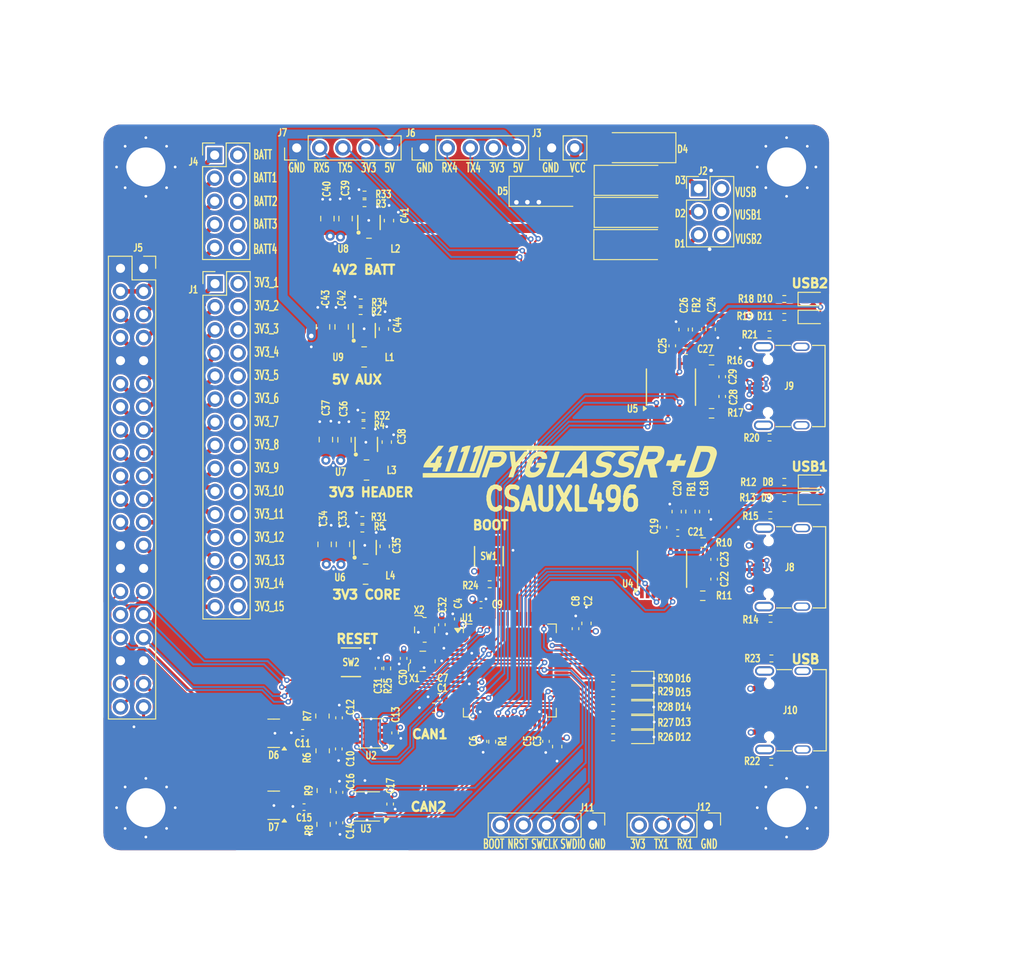
<source format=kicad_pcb>
(kicad_pcb (version 20240108) (generator "pcbnew") (generator_version "8.0")
  (layers (0 "F.Cu" signal) (1 "In1.Cu" power) (2 "In2.Cu" power) (31 "B.Cu" signal) (34 "B.Paste" user) (35 "F.Paste" user) (36 "B.SilkS" user "B.Silkscreen") (37 "F.SilkS" user "F.Silkscreen") (38 "B.Mask" user) (39 "F.Mask" user) (44 "Edge.Cuts" user))
  (net 0 "")
  (net 1 "/CAN TO USB/NRST")
  (net 2 "+5V")
  (net 3 "GND")
  (net 4 "VBUS")
  (net 5 "+VBAT")
  (net 6 "Net-(D4-A)")
  (net 7 "Net-(D9-K)")
  (net 8 "Net-(D10-K)")
  (net 9 "Net-(D11-K)")
  (net 10 "+3V3")
  (net 11 "Net-(D13-A)")
  (net 12 "Net-(D14-A)")
  (net 13 "Net-(D15-A)")
  (net 14 "Net-(D16-A)")
  (net 15 "Net-(D8-K)")
  (net 16 "/CAN TO USB/HSE_IN")
  (net 17 "/INTERBOARD_CONNECTOR/3V3_9")
  (net 18 "/CAN1_H")
  (net 19 "/Regulator 5V/LX2")
  (net 20 "/CAN1_L")
  (net 21 "/CAN2_H")
  (net 22 "/Regulator 5V/LX1")
  (net 23 "/CAN2_L")
  (net 24 "/CAN TO USB/FTDI/3V3")
  (net 25 "/CAN TO USB/FTDI1/3V3")
  (net 26 "/CAN TO USB/VBUS1")
  (net 27 "/CAN TO USB/VBUS2")
  (net 28 "/CAN TO USB/VBUS3")
  (net 29 "Net-(D12-A)")
  (net 30 "/Regulator 4V2/LX1")
  (net 31 "/CAN TO USB/UART4_TX")
  (net 32 "/CAN TO USB/UART4_RX")
  (net 33 "/CAN TO USB/UART5_RX")
  (net 34 "+3V3_Core")
  (net 35 "/INTERBOARD_CONNECTOR/3V3_10")
  (net 36 "/INTERBOARD_CONNECTOR/3V3_4")
  (net 37 "/INTERBOARD_CONNECTOR/3V3_15")
  (net 38 "/INTERBOARD_CONNECTOR/3V3_3")
  (net 39 "/INTERBOARD_CONNECTOR/3V3_8")
  (net 40 "/INTERBOARD_CONNECTOR/3V3_2")
  (net 41 "/INTERBOARD_CONNECTOR/3V3_6")
  (net 42 "/INTERBOARD_CONNECTOR/3V3_7")
  (net 43 "/INTERBOARD_CONNECTOR/3V3_11")
  (net 44 "/INTERBOARD_CONNECTOR/3V3_13")
  (net 45 "/INTERBOARD_CONNECTOR/3V3_12")
  (net 46 "/INTERBOARD_CONNECTOR/3V3_1")
  (net 47 "/INTERBOARD_CONNECTOR/3V3_5")
  (net 48 "/INTERBOARD_CONNECTOR/BATT")
  (net 49 "/INTERBOARD_CONNECTOR/3V3_14")
  (net 50 "/INTERBOARD_CONNECTOR/BATT_4")
  (net 51 "/INTERBOARD_CONNECTOR/BATT_1")
  (net 52 "/INTERBOARD_CONNECTOR/BATT_3")
  (net 53 "/Regulator 4V2/LX2")
  (net 54 "/Regulator 3V3/LX1")
  (net 55 "/CAN TO USB/FTDI/USB/DP")
  (net 56 "/CAN TO USB/FTDI/USB/DN")
  (net 57 "/INTERBOARD_CONNECTOR/BATT_2")
  (net 59 "Net-(J10-CC1_A)")
  (net 60 "/Regulator 3V3/LX2")
  (net 61 "/Regulator 5V/R-")
  (net 62 "/CAN TO USB/FTDI1/USB/DP")
  (net 63 "/Regulator 4V2/R-")
  (net 64 "/Regulator 3V3/R-")
  (net 65 "/CAN TO USB/FTDI1/USB/DN")
  (net 66 "/CAN TO USB/UART5_TX")
  (net 67 "/*COMM1_RST")
  (net 68 "/*SCI_RST")
  (net 69 "/*COMM2_RST")
  (net 70 "Net-(C11-Pad1)")
  (net 72 "/CAN TO USB/USB_OTG_FS_D-")
  (net 75 "/CAN TO USB/USB_OTG_FS_D+")
  (net 76 "Net-(J10-CC2_B)")
  (net 80 "Net-(J8-CC1_A)")
  (net 81 "/CAN TO USB/SYS_JTMS_SWCLK")
  (net 82 "/CAN TO USB/SYS_JTMS_SWDIO")
  (net 83 "/CAN TO USB/USART1_TX")
  (net 84 "/CAN TO USB/USART1_RX")
  (net 85 "Net-(C15-Pad1)")
  (net 86 "Net-(U4-VCC)")
  (net 87 "Net-(U5-VCC)")
  (net 88 "Net-(U5-USBDM)")
  (net 89 "/Regulator 3V4/LX2")
  (net 91 "Net-(U5-USBDP)")
  (net 92 "/CAN TO USB/FTDI/TXLED")
  (net 93 "/CAN TO USB/USART2_TX")
  (net 94 "/CAN TO USB/CAN2_TX")
  (net 95 "/CAN TO USB/FTDI/RXLED")
  (net 96 "/CAN TO USB/USART3_RX")
  (net 97 "/CAN TO USB/CAN2_RX")
  (net 98 "/CAN TO USB/USART2_CTS")
  (net 99 "/*EPS_RST")
  (net 100 "/Regulator 3V4/LX1")
  (net 101 "/Regulator 3V4/R-")
  (net 102 "/*ATTENTION")
  (net 103 "Net-(U4-USBDM)")
  (net 104 "/CAN TO USB/USART3_RTS")
  (net 105 "/*AVI_RST")
  (net 106 "/CAN TO USB/CAN1_TX")
  (net 107 "Net-(U4-USBDP)")
  (net 108 "/CAN TO USB/USART3_TX")
  (net 110 "/CAN TO USB/USART2_RTS")
  (net 113 "/CAN TO USB/USART2_RX")
  (net 116 "Net-(J8-CC2_B)")
  (net 119 "/CAN TO USB/USART3_CTS")
  (net 120 "/CAN TO USB/CAN2_SHTD")
  (net 121 "/CAN TO USB/CAN2_STB")
  (net 124 "/CAN TO USB/OSC_HSE_OE")
  (net 127 "/CAN TO USB/CAN1_RX")
  (net 130 "/CAN TO USB/CAN1_SHTD")
  (net 131 "/CAN TO USB/BOOT")
  (net 132 "/CAN TO USB/CAN1_STB")
  (net 140 "Net-(J9-CC2_B)")
  (net 143 "Net-(J9-CC1_A)")
  (net 145 "/CAN TO USB/LED1")
  (net 146 "/CAN TO USB/LED2")
  (net 147 "/CAN TO USB/LED3")
  (net 148 "/CAN TO USB/LED4")
  (net 149 "/CAN TO USB/LED5")
  (net 152 "/CAN TO USB/FTDI1/TXLED")
  (net 153 "/CAN TO USB/FTDI1/RXLED")
  (net 158 "Net-(D1-A)")
  (net 159 "Net-(D2-A)")
  (net 160 "Net-(D3-A)")
  (net 162 "/CAN TO USB/OSC_32_IN")
  (footprint "Capacitor_SMD:C_0603_1608Metric_Pad1.08x0.95mm_HandSolder" (layer "F.Cu") (at 126.19 102.67 -90)
    (property "Reference" "C18")
    (property "Value" "10uF")
  )
  (footprint "Resistor_SMD:R_0603_1608Metric_Pad0.98x0.95mm_HandSolder" (layer "F.Cu") (at 126.995 91.85 180)
    (property "Reference" "R17")
    (property "Value" "27R")
  )
  (footprint "Connector_PinHeader_2.54mm:PinHeader_1x04_P2.54mm_Vertical" (layer "F.Cu") (at 126.655 137.16 -90)
    (property "Reference" "J12")
    (property "Value" "Conn_01x04_Pin")
  )
  (footprint "Resistor_SMD:R_0402_1005Metric_Pad0.72x0.64mm_HandSolder" (layer "F.Cu") (at 88.6944 93.1063 180)
    (property "Reference" "R4")
    (property "Value" "511K")
  )
  (footprint "Resistor_SMD:R_0805_2012Metric_Pad1.20x1.40mm_HandSolder" (layer "F.Cu") (at 84.305 137.085 90)
    (property "Reference" "R8")
    (property "Value" "60R4")
  )
  (footprint "Connector_PinHeader_2.54mm:PinHeader_2x05_P2.54mm_Vertical" (layer "F.Cu") (at 72.32 63.44)
    (property "Reference" "J4")
    (property "Value" "Conn_02x05_Odd_Even")
  )
  (footprint "Common:TPS631000DRLR_TEX" (layer "F.Cu") (at 89.0044 95.2763 90)
    (property "Reference" "U7")
    (property "Value" "TPS631000DRLR")
  )
  (footprint "Capacitor_SMD:C_0402_1005Metric_Pad0.74x0.62mm_HandSolder" (layer "F.Cu") (at 86.005 125.36 -90)
    (property "Reference" "C12")
    (property "Value" "100pF")
  )
  (footprint "Package_TO_SOT_SMD:SOT-23" (layer "F.Cu") (at 78.8175 127.06 180)
    (property "Reference" "D6")
    (property "Value" "NUP2105LT1G")
  )
  (footprint "Common:EVP602AA" (layer "F.Cu") (at 102.49 107.57 90)
    (property "Reference" "SW1")
    (property "Value" "EVP-AA602W")
  )
  (footprint "Capacitor_SMD:C_0402_1005Metric_Pad0.74x0.62mm_HandSolder" (layer "F.Cu") (at 123.275 105.025)
    (property "Reference" "C21")
    (property "Value" "100nF")
  )
  (footprint "Diode_SMD:D_SMA_Handsoldering" (layer "F.Cu") (at 118.5925 69.745)
    (property "Reference" "D2")
    (property "Value" "CDBA240LL-HF")
  )
  (footprint "Capacitor_SMD:C_0402_1005Metric_Pad0.74x0.62mm_HandSolder" (layer "F.Cu") (at 93.11 118.82 -90)
    (property "Reference" "C30")
    (property "Value" "100nF")
  )
  (footprint "Capacitor_SMD:C_0805_2012Metric_Pad1.18x1.45mm_HandSolder" (layer "F.Cu") (at 84.243399 82.3499 90)
    (property "Reference" "C43")
    (property "Value" "47uF")
  )
  (footprint "Capacitor_SMD:C_0402_1005Metric_Pad0.74x0.62mm_HandSolder" (layer "F.Cu") (at 108.775 127.95 -90)
    (property "Reference" "C5")
    (property "Value" "100nF")
  )
  (footprint "Capacitor_SMD:C_0603_1608Metric_Pad1.08x0.95mm_HandSolder" (layer "F.Cu") (at 123.16 102.67 90)
    (property "Reference" "C20")
    (property "Value" "10uF")
  )
  (footprint "LED_SMD:LED_0603_1608Metric_Pad1.05x0.95mm_HandSolder" (layer "F.Cu") (at 118.99 120.98 180)
    (property "Reference" "D16")
    (property "Value" "LED_SMD_YELLOW")
  )
  (footprint "Capacitor_SMD:C_0805_2012Metric_Pad1.18x1.45mm_HandSolder" (layer "F.Cu") (at 86.293399 82.3499 90)
    (property "Reference" "C42")
    (property "Value" "47uF")
  )
  (footprint "Capacitor_SMD:C_0402_1005Metric_Pad0.74x0.62mm_HandSolder" (layer "F.Cu") (at 128.17 87.825 -90)
    (property "Reference" "C29")
    (property "Value" "47pF")
  )
  (footprint "Package_TO_SOT_SMD:SOT-23" (layer "F.Cu") (at 78.8175 134.985 180)
    (property "Reference" "D7")
    (property "Value" "NUP2105LT1G")
  )
  (footprint "Resistor_SMD:R_0402_1005Metric_Pad0.72x0.64mm_HandSolder" (layer "F.Cu") (at 88.81 67.79 180)
    (property "Reference" "R33")
    (property "Value" "91K")
  )
  (footprint "Resistor_SMD:R_0805_2012Metric_Pad1.20x1.40mm_HandSolder" (layer "F.Cu") (at 84.33 133.36 90)
    (property "Reference" "R9")
    (property "Value" "60R4")
  )
  (footprint "Inductor_SMD:L_1008_2520Metric_Pad1.43x2.20mm_HandSolder" (layer "F.Cu") (at 89.0344 98.0949 180)
    (property "Reference" "L3")
    (property "Value" "1uH")
  )
  (footprint "Connector_PinHeader_2.54mm:PinHeader_1x05_P2.54mm_Vertical" (layer "F.Cu") (at 95.375 62.65 90)
    (property "Reference" "J6")
    (property "Value" "Conn_01x05_Pin")
  )
  (footprint "Resistor_SMD:R_0603_1608Metric_Pad0.98x0.95mm_HandSolder" (layer "F.Cu") (at 126.025 111.925 180)
    (property "Reference" "R11")
    (property "Value" "27R")
  )
  (footprint "LED_SMD:LED_0603_1608Metric_Pad1.05x0.95mm_HandSolder" (layer "F.Cu") (at 118.99 122.6 180)
    (property "Reference" "D15")
    (property "Value" "LED_SMD_YELLOW")
  )
  (footprint "Diode_SMD:D_SMA_Handsoldering" (layer "F.Cu") (at 118.56 62.625 180)
    (property "Reference" "D4")
    (property "Value" "CDBA240LL-HF")
  )
  (footprint "Inductor_SMD:L_1008_2520Metric_Pad1.43x2.20mm_HandSolder" (layer "F.Cu") (at 88.768399 85.6499 180)
    (property "Reference" "L1")
    (property "Value" "1uH")
  )
  (footprint "Resistor_SMD:R_0402_1005Metric_Pad0.72x0.64mm_HandSolder" (layer "F.Cu") (at 133.37 83.18)
    (property "Reference" "R21")
    (property "Value" "5K1")
  )
  (footprint "Connector_PinHeader_2.54mm:PinHeader_1x05_P2.54mm_Vertical" (layer "F.Cu") (at 81.345 62.65 90)
    (property "Reference" "J7")
    (property "Value" "Conn_01x05_Pin")
  )
  (footprint "Resistor_SMD:R_0402_1005Metric_Pad0.72x0.64mm_HandSolder" (layer "F.Cu") (at 116.17 127.5)
    (property "Reference" "R26")
    (property "Value" "1K")
  )
  (footprint "Capacitor_SMD:C_0805_2012Metric_Pad1.18x1.45mm_HandSolder" (layer "F.Cu") (at 86.439986 106.269885 90)
    (property "Reference" "C33")
    (property "Value" "47uF")
  )
  (footprint "Capacitor_SMD:C_0603_1608Metric_Pad1.08x0.95mm_HandSolder" (layer "F.Cu") (at 126.9 82.61 -90)
    (property "Reference" "C24")
    (property "Value" "10uF")
  )
  (footprint "LED_SMD:LED_0603_1608Metric_Pad1.05x0.95mm_HandSolder" (layer "F.Cu") (at 138.2 99.375)
    (property "Reference" "D8")
    (property "Value" "LED_SMD_GREEN")
  )
  (footprint "Diode_SMD:D_SMA_Handsoldering" (layer "F.Cu") (at 118.5525 73.29)
    (property "Reference" "D1")
    (property "Value" "CDBA240LL-HF")
  )
  (footprint "Capacitor_SMD:C_0402_1005Metric_Pad0.74x0.62mm_HandSolder" (layer "F.Cu") (at 82.005 127.01 180)
    (property "Reference" "C11")
    (property "Value" "4.7nF")
  )
  (footprint "Capacitor_SMD:C_0402_1005Metric_Pad0.74x0.62mm_HandSolder" (layer "F.Cu") (at 86.055 133.56 -90)
    (property "Reference" "C16")
    (property "Value" "100pF")
  )
  (footprint "Common:TPS631000DRLR_TEX" (layer "F.Cu") (at 88.769999 82.7499 90)
    (property "Reference" "U9")
    (property "Value" "TPS631000DRLR")
  )
  (footprint "Resistor_SMD:R_0402_1005Metric_Pad0.72x0.64mm_HandSolder" (layer "F.Cu") (at 88.389998 79.66 180)
    (property "Reference" "R34")
    (property "Value" "91K")
  )
  (footprint "Capacitor_SMD:C_0402_1005Metric_Pad0.74x0.62mm_HandSolder" (layer "F.Cu") (at 82.155 135.185 180)
    (property "Reference" "C15")
    (property "Value" "4.7nF")
  )
  (footprint "Resistor_SMD:R_0402_1005Metric_Pad0.72x0.64mm_HandSolder" (layer "F.Cu") (at 102.86 127.99 90)
    (property "Reference" "R1")
    (property "Value" "330K")
  )
  (footprint "Capacitor_SMD:C_0402_1005Metric_Pad0.74x0.62mm_HandSolder" (layer "F.Cu") (at 127.275 107.925 -90)
    (property "Reference" "C23")
    (property "Value" "47pF")
  )
  (footprint "Capacitor_SMD:C_0805_2012Metric_Pad1.18x1.45mm_HandSolder" (layer "F.Cu") (at 86.725 70.425 90)
    (property "Reference" "C39")
    (property "Value" "47uF")
  )
  (footprint "Resistor_SMD:R_0402_1005Metric_Pad0.72x0.64mm_HandSolder" (layer "F.Cu") (at 133.46 103.08)
    (property "Reference" "R15")
    (property "Value" "5K1")
  )
  (footprint "Connector_PinSocket_2.54mm:PinSocket_2x20_P2.54mm_Vertical" (layer "F.Cu") (at 64.5 75.9)
    (property "Reference" "J5")
    (property "Value" "PC104 Conn_02x20_Odd_Even")
  )
  (footprint "Resistor_SMD:R_0402_1005Metric_Pad0.72x0.64mm_HandSolder" (layer "F.Cu") (at 135 79.275 180)
    (property "Reference" "R18")
    (property "Value" "1K")
  )
  (footprint "Capacitor_SMD:C_0402_1005Metric_Pad0.74x0.62mm_HandSolder" (layer "F.Cu") (at 101.625 112.925)
    (property "Reference" "C9")
    (property "Value" "100nF")
  )
  (footprint "Capacitor_SMD:C_0402_1005Metric_Pad0.74x0.62mm_HandSolder" (layer "F.Cu") (at 122.675 84.425 90)
    (property "Reference" "C25")
    (property "Value" "100nF")
  )
  (footprint "Resistor_SMD:R_0402_1005Metric_Pad0.72x0.64mm_HandSolder" (layer "F.Cu") (at 133.58 118.83)
    (property "Reference" "R23")
    (property "Value" "5K1")
  )
  (footprint "Capacitor_SMD:C_0805_2012Metric_Pad1.18x1.45mm_HandSolder" (layer "F.Cu") (at 84.419986 106.269885 90)
    (property "Reference" "C34")
    (property "Value" "47uF")
  )
  (footprint "Capacitor_SMD:C_0805_2012Metric_Pad1.18x1.45mm_HandSolder" (layer "F.Cu") (at 86.6094 94.7699 90)
    (property "Reference" "C36")
    (property "Value" "47uF")
  )
  (footprint "Oscillator:Oscillator_SMD_ECS_2520MV-xxx-xx-4Pin_2.5x2.0mm" (layer "F.Cu") (at 95.43 115.68)
    (property "Reference" "X2")
    (property "Value" "32.768KHZ")
  )
  (footprint "Inductor_SMD:L_0603_1608Metric_Pad1.05x0.95mm_HandSolder" (layer "F.Cu") (at 124.67 102.67 -90)
    (property "Reference" "FB1")
    (property "Value" "120R")
  )
  (footprint "Diode_SMD:D_SMA_Handsoldering" (layer "F.Cu") (at 109.23 67.43)
    (property "Reference" "D5")
    (property "Value" "SMAJ5.0A")
  )
  (footprint "Capacitor_SMD:C_0402_1005Metric_Pad0.74x0.62mm_HandSolder" (layer "F.Cu") (at 127.275 110.1 90)
    (property "Reference" "C22")
    (property "Value" "47pF")
  )
  (footprint "Diode_SMD:D_SMA_Handsoldering" (layer "F.Cu") (at 118.5925 66.22)
    (property "Reference" "D3")
    (property "Value" "CDBA240LL-HF")
  )
  (footprint "Common:TPS631000DRLR_TEX" (layer "F.Cu") (at 89.3 70.86 90)
    (property "Reference" "U8")
    (property "Value" "TPS631000DRLR")
  )
  (footprint "Project:AMPHENOL_10155435-00011LF" (layer "F.Cu") (at 137.01 124.525 90)
    (property "Reference" "J10")
    (property "Value" "10155435-00011LF")
  )
  (footprint "Inductor_SMD:L_0603_1608Metric_Pad1.05x0.95mm_HandSolder" (layer "F.Cu") (at 125.4 82.63 -90)
    (property "Reference" "FB2")
    (property "Value" "120R")
  )
  (footprint "Package_SO:SSOP-16_3.9x4.9mm_P0.635mm" (layer "F.Cu") (at 121.55 109 90)
    (property "Reference" "U4")
    (property "Value" "FT230XS")
  )
  (footprint "Capacitor_SMD:C_0402_1005Metric_Pad0.74x0.62mm_HandSolder" (layer "F.Cu") (at 86.055 136.91 -90)
    (property "Reference" "C14")
    (property "Value" "100pF")
  )
  (footprint "Resistor_SMD:R_0402_1005Metric_Pad0.72x0.64mm_HandSolder" (layer "F.Cu") (at 133.49 114.46)
    (property "Reference" "R14")
    (property "Value" "5K1")
  )
  (footprint "Oscillator:Oscillator_SMD_ECS_2520MV-xxx-xx-4Pin_2.5x2.0mm" (layer "F.Cu") (at 95.22 119.14 90)
    (property "Reference" "X1")
    (property "Value" "10MHz")
  )
  (footprint "Resistor_SMD:R_0402_1005Metric_Pad0.72x0.64mm_HandSolder" (layer "F.Cu") (at 91.3 119.92 -90)
    (property "Reference" "R25")
    (property "Value" "100K")
  )
  (footprint "Common:4111spyglassrnd40" (layer "F.Cu") (at 111.98 100.93)
    (property "Reference" "G***" (hide yes))
    (property "Value" "LOGO" (hide yes))
  )
  (footprint "Connector_PinHeader_2.54mm:PinHeader_1x05_P2.54mm_Vertical" (layer "F.Cu") (at 113.91 137.16 -90)
    (property "Reference" "J11")
    (property "Value" "Conn_01x05_Pin")
  )
  (footprint "Project:AMPHENOL_10155435-00011LF" (layer "F.Cu") (at 136.95 108.8 90)
    (property "Reference" "J8")
    (property "Value" "10155435-00011LF")
  )
  (footprint "Resistor_SMD:R_0402_1005Metric_Pad0.72x0.64mm_HandSolder" (layer "F.Cu") (at 88.6944 92.1663 180)
    (property "Reference" "R32")
    (property "Value" "91K")
  )
  (footprint "Resistor_SMD:R_0402_1005Metric_Pad0.72x0.64mm_HandSolder" (layer "F.Cu") (at 135 99.4 180)
    (property "Reference" "R12")
    (property "Value" "1K")
  )
  (footprint "Resistor_SMD:R_0402_1005Metric_Pad0.72x0.64mm_HandSolder" (layer "F.Cu") (at 88.569986 103.589885 180)
    (property "Reference" "R31")
    (property "Value" "91K")
  )
  (footprint "Resistor_SMD:R_0603_1608Metric_Pad0.98x0.95mm_HandSolder" (layer "F.Cu") (at 126.995 86 180)
    (property "Reference" "R16")
    (property "Value" "27R")
  )
  (footprint "Project:MountingHole_4.3mm_M4_Pad_Via_Custom" (layer "F.Cu") (at 135.25 135.25)
    (property "Reference" "H4" (hide yes))
    (property "Value" "MountingHole_Pad")
  )
  (footprint "Capacitor_SMD:C_0603_1608Metric_Pad1.08x0.95mm_HandSolder" (layer "F.Cu") (at 91.5 70.65 90)
    (property "Reference" "C41")
    (property "Value" "22uF")
  )
  (footprint "Capacitor_SMD:C_0603_1608Metric_Pad1.08x0.95mm_HandSolder" (layer "F.Cu") (at 123.92 82.64 90)
    (property "Reference" "C26")
    (property "Value" "10uF")
  )
  (footprint "Package_SON:VSON-8-1EP_3x3mm_P0.65mm_EP1.65x2.4mm" (layer "F.Cu") (at 88.9675 135.11 180)
    (property "Reference" "U3")
    (property "Value" "TCAN3414")
  )
  (footprint "Package_SO:SSOP-16_3.9x4.9mm_P0.635mm" (layer "F.Cu") (at 122.5275 88.975 90)
    (property "Reference" "U5")
    (property "Value" "FT230XS")
  )
  (footprint "Project:MountingHole_4.3mm_M4_Pad_Via_Custom" (layer "F.Cu") (at 64.75 64.75)
    (property "Reference" "H1" (hide yes))
    (property "Value" "MountingHole_Pad")
  )
  (footprint "LED_SMD:LED_0603_1608Metric_Pad1.05x0.95mm_HandSolder" (layer "F.Cu") (at 138.175 79.275)
    (property "Reference" "D10")
    (property "Value" "LED_SMD_GREEN")
  )
  (footprint "Capacitor_SMD:C_0603_1608Metric_Pad1.08x0.95mm_HandSolder" (layer "F.Cu") (at 91.2594 95.0199 90)
    (property "Reference" "C38")
    (property "Value" "22uF")
  )
  (footprint "Resistor_SMD:R_0402_1005Metric_Pad0.72x0.64mm_HandSolder" (layer "F.Cu") (at 133.38 94.51)
    (property "Reference" "R20")
    (property "Value" "5K1")
  )
  (footprint "Capacitor_SMD:C_0402_1005Metric_Pad0.74x0.62mm_HandSolder" (layer "F.Cu") (at 91.63 134.85 -90)
    (property "Reference" "C17")
    (property "Value" "100nF")
  )
  (footprint "Capacitor_SMD:C_0805_2012Metric_Pad1.18x1.45mm_HandSolder" (layer "F.Cu") (at 84.725 70.425 90)
    (property "Reference" "C40")
    (property "Value" "47uF")
  )
  (footprint "Inductor_SMD:L_1008_2520Metric_Pad1.43x2.20mm_HandSolder" (layer "F.Cu") (at 88.929986 109.549885 180)
    (property "Reference" "L4")
    (property "Value" "1uH")
  )
  (footprint "Resistor_SMD:R_0402_1005Metric_Pad0.72x0.64mm_HandSolder" (layer "F.Cu") (at 88.569986 104.529885 180)
    (property "Reference" "R5")
    (property "Value" "511K")
  )
  (footprint "Common:EVP602AA" (layer "F.Cu") (at 87.32 119.25)
    (property "Reference" "SW2")
    (property "Value" "EVP-AA602W")
  )
  (footprint "Capacitor_SMD:C_0402_1005Metric_Pad0.74x0.62mm_HandSolder" (layer "F.Cu") (at 112.025 115.55 90)
    (property "Reference" "C8")
    (property "Value" "100nF")
  )
  (footprint "Resistor_SMD:R_0402_1005Metric_Pad0.72x0.64mm_HandSolder" (layer "F.Cu") (at 102.58 110.66 180)
    (property "Reference" "R24")
    (property "Value" "100K")
  )
  (footprint "Capacitor_SMD:C_0402_1005Metric_Pad0.74x0.62mm_HandSolder" (layer "F.Cu") (at 121.7 104.4 90)
    (property "Reference" "C19")
    (property "Value" "100nF")
  )
  (footprint "Connector_PinHeader_2.54mm:PinHeader_2x03_P2.54mm_Vertical" (layer "F.Cu") (at 125.565 67.125)
    (property "Reference" "J2")
    (property "Value" "Conn_02x03_Odd_Even")
  )
  (footprint "Resistor_SMD:R_0402_1005Metric_Pad0.72x0.64mm_HandSolder" (layer "F.Cu") (at 135 101.175 180)
    (property "Reference" "R13")
    (property "Value" "1K")
  )
  (footprint "Resistor_SMD:R_0402_1005Metric_Pad0.72x0.64mm_HandSolder" (layer "F.Cu") (at 116.17 122.6475)
    (property "Reference" "R29")
    (property "Value" "1K")
  )
  (footprint "Resistor_SMD:R_0805_2012Metric_Pad1.20x1.40mm_HandSolder" (layer "F.Cu") (at 84.18 125.16 90)
    (property "Reference" "R7")
    (property "Value" "60R4")
  )
  (footprint "Package_SON:VSON-8-1EP_3x3mm_P0.65mm_EP1.65x2.4mm" (layer "F.Cu") (at 89.53 127.06 180)
    (property "Reference" "U2")
    (property "Value" "TCAN3414")
  )
  (footprint "LED_SMD:LED_0603_1608Metric_Pad1.05x0.95mm_HandSolder" (layer "F.Cu") (at 138.2 101.175)
    (property "Reference" "D9")
    (property "Value" "LED_SMD_RED")
  )
  (footprint "Resistor_SMD:R_0402_1005Metric_Pad0.72x0.64mm_HandSolder" (layer "F.Cu") (at 135 81.25 180)
    (property "Reference" "R19")
    (property "Value" "1K")
  )
  (footprint "Capacitor_SMD:C_0603_1608Metric_Pad1.08x0.95mm_HandSolder" (layer "F.Cu") (at 110.01 128.52 -90)
    (property "Reference" "C3")
    (property "Value" "10uF")
  )
  (footprint "Resistor_SMD:R_0402_1005Metric_Pad0.72x0.64mm_HandSolder" (layer "F.Cu") (at 116.17 121.03)
    (property "Reference" "R30")
    (property "Value" "1K")
  )
  (footprint "Capacitor_SMD:C_0402_1005Metric_Pad0.74x0.62mm_HandSolder" (layer "F.Cu") (at 92.17 127.02 -90)
    (property "Reference" "C13")
    (property "Value" "100nF")
  )
  (footprint "Capacitor_SMD:C_0402_1005Metric_Pad0.74x0.62mm_HandSolder" (layer "F.Cu") (at 97.01 123.05 180)
    (property "Reference" "C7")
    (property "Value" "100nF")
  )
  (footprint "LED_SMD:LED_0603_1608Metric_Pad1.05x0.95mm_HandSolder" (layer "F.Cu") (at 118.99 125.84 180)
    (property "Reference" "D13")
    (property "Value" "LED_SMD_GREEN")
  )
  (footprint "Capacitor_SMD:C_0603_1608Metric_Pad1.08x0.95mm_HandSolder" (layer "F.Cu") (at 91.029986 106.489885 90)
    (property "Reference" "C35")
    (property "Value" "22uF")
  )
  (footprint "Package_QFP:LQFP-64_10x10mm_P0.5mm" (layer "F.Cu") (at 104.8 120.15)
    (property "Reference" "U1")
    (property "Value" "STM32L496RGT6")
  )
  (footprint "Inductor_SMD:L_1008_2520Metric_Pad1.43x2.20mm_HandSolder" (layer "F.Cu") (at 89.3 73.7 180)
    (property "Reference" "L2")
    (property "Value" "1uH")
  )
  (footprint "Capacitor_SMD:C_0402_1005Metric_Pad0.74x0.62mm_HandSolder" (layer "F.Cu") (at 97.32 115.11 -90)
    (property "Reference" "C32")
    (property "Value" "100nF")
  )
  (footprint "Capacitor_SMD:C_0603_1608Metric_Pad1.08x0.95mm_HandSolder" (layer "F.Cu") (at 96.44 124.25 180)
    (property "Reference" "C1")
    (property "Value" "10uF")
  )
  (footprint "Project:AMPHENOL_10155435-00011LF" (layer "F.Cu") (at 136.885 88.85 90)
    (property "Reference" "J9")
    (property "Value" "10155435-00011LF")
  )
  (footprint "Capacitor_SMD:C_0402_1005Metric_Pad0.74x0.62mm_HandSolder" (layer "F.Cu") (at 128.17 90 90)
    (property "Reference" "C28")
    (property "Value" "47pF")
  )
  (footprint "Connector_PinHeader_2.54mm:PinHeader_2x15_P2.54mm_Vertical" (layer "F.Cu") (at 72.36 77.59)
    (property "Reference" "J1")
    (property "Value" "Conn_02x15_Odd_Even")
  )
  (footprint "Resistor_SMD:R_0805_2012Metric_Pad1.20x1.40mm_HandSolder" (layer "F.Cu") (at 84.205 128.985 90)
    (property "Reference" "R6")
    (property "Value" "60R4")
  )
  (footprint "Common:TPS631000DRLR_TEX" (layer "F.Cu") (at 88.869986 106.619885 90)
    (property "Reference" "U6")
    (property "Value" "TPS631000DRLR")
  )
  (footprint "Capacitor_SMD:C_0402_1005Metric_Pad0.74x0.62mm_HandSolder" (layer "F.Cu") (at 101.9 127.95 -90)
    (property "Reference" "C6")
    (property "Value" "100nF")
  )
  (footprint "Resistor_SMD:R_0402_1005Metric_Pad0.72x0.64mm_HandSolder" (layer "F.Cu") (at 88.379998 80.6 180)
    (property "Reference" "R2")
    (property "Value" "806K")
  )
  (footprint "LED_SMD:LED_0603_1608Metric_Pad1.05x0.95mm_HandSolder" (layer "F.Cu") (at 138.175 81.25)
    (property "Reference" "D11")
    (property "Value" "LED_SMD_RED")
  )
  (footprint "Connector_PinHeader_2.54mm:PinHeader_1x02_P2.54mm_Vertical" (layer "F.Cu") (at 109.4 62.65 90)
    (property "Reference" "J3")
    (property "Value" "Conn_01x02_Pin")
  )
  (footprint "Capacitor_SMD:C_0402_1005Metric_Pad0.74x0.62mm_HandSolder" (layer "F.Cu") (at 99.07 114.48 90)
    (property "Reference" "C4")
    (property "Value" "100nF")
  )
  (footprint "Project:MountingHole_4.3mm_M4_Pad_Via_Custom" (layer "F.Cu") (at 64.75 135.25)
    (property "Reference" "H3" (hide yes))
    (property "Value" "MountingHole_Pad")
  )
  (footprint "Project:MountingHole_4.3mm_M4_Pad_Via_Custom" (layer "F.Cu") (at 135.25 64.75)
    (property "Reference" "H2" (hide yes))
    (property "Value" "MountingHole_Pad")
  )
  (footprint "LED_SMD:LED_0603_1608Metric_Pad1.05x0.95mm_HandSolder" (layer "F.Cu") (at 118.99 124.22 180)
    (property "Reference" "D14")
    (property "Value" "LED_SMD_YELLOW")
  )
  (footprint "Resistor_SMD:R_0603_1608Metric_Pad0.98x0.95mm_HandSolder" (layer "F.Cu") (at 126.075 106.075 180)
    (property "Reference" "R10")
    (property "Value" "27R")
  )
  (footprint "Resistor_SMD:R_0402_1005Metric_Pad0.72x0.64mm_HandSolder" (layer "F.Cu") (at 88.81 68.73 180)
    (property "Reference" "R3")
    (property "Value" "665K")
  )
  (footprint "Capacitor_SMD:C_0402_1005Metric_Pad0.74x0.62mm_HandSolder" (layer "F.Cu") (at 85.98 128.785 -90)
    (property "Reference" "C10")
    (property "Value" "100pF")
  )
  (footprint "Resistor_SMD:R_0402_1005Metric_Pad0.72x0.64mm_HandSolder" (layer "F.Cu") (at 133.56 130.2)
    (property "Reference" "R22")
    (property "Value" "5K1")
  )
  (footprint "LED_SMD:LED_0603_1608Metric_Pad1.05x0.95mm_HandSolder" (layer "F.Cu") (at 118.99 127.46 180)
    (property "Reference" "D12")
    (property "Value" "LED_SMD_RED")
  )
  (footprint "Resistor_SMD:R_0402_1005Metric_Pad0.72x0.64mm_HandSolder" (layer "F.Cu") (at 116.17 125.8825)
    (property "Reference" "R27")
    (property "Value" "1K")
  )
  (footprint "Resistor_SMD:R_0402_1005Metric_Pad0.72x0.64mm_HandSolder" (layer "F.Cu") (at 116.17 124.265)
    (property "Reference" "R28")
    (property "Value" "1K")
  )
  (footprint "Capacitor_SMD:C_0402_1005Metric_Pad0.74x0.62mm_HandSolder" (layer "F.Cu") (at 90.36 119.92 90)
    (property "Reference" "C31")
    (property "Value" "100nF")
  )
  (footprint "Capacitor_SMD:C_0603_1608Metric_Pad1.08x0.95mm_HandSolder" (layer "F.Cu") (at 90.943399 82.5749 90)
    (property "Reference" "C44")
    (property "Value" "22uF")
  )
  (footprint "Capacitor_SMD:C_0603_1608Metric_Pad1.08x0.95mm_HandSolder" (layer "F.Cu") (at 113.23 114.97 90)
    (property "Reference" "C2")
    (property "Value" "10uF")
  )
  (footprint "Capacitor_SMD:C_0402_1005Metric_Pad0.74x0.62mm_HandSolder" (layer "F.Cu") (at 124.225 85.025)
    (property "Reference" "C27")
    (property "Value" "100nF")
  )
  (footprint "Capacitor_SMD:C_0805_2012Metric_Pad1.18x1.45mm_HandSolder" (layer "F.Cu") (at 84.5594 94.7449 90)
    (property "Reference" "C37")
    (property "Value" "47uF")
  )
  (gr_arc (start 62 140) (mid 60.585786 139.414214) (end 60 138) (stroke (width 0.001)) (layer "Edge.Cuts"))
  (gr_line (start 62 60) (end 138 60) (stroke (width 0.001)) (layer "Edge.Cuts"))
  (gr_line (start 140 62) (end 140 138) (stroke (width 0.001)) (layer "Edge.Cuts"))
  (gr_arc (start 138 60) (mid 139.414214 60.585786) (end 140 62) (stroke (width 0.001)) (layer "Edge.Cuts"))
  (gr_line (start 138 140) (end 62 140) (stroke (width 0.001)) (layer "Edge.Cuts"))
  (gr_arc (start 140 138) (mid 139.414214 139.414214) (end 138 140) (stroke (width 0.001)) (layer "Edge.Cuts"))
  (gr_arc (start 60 62) (mid 60.585786 60.585786) (end 62 60) (stroke (width 0.001)) (layer "Edge.Cuts"))
  (gr_line (start 60 138) (end 60 62) (stroke (width 0.001)) (layer "Edge.Cuts"))
  (gr_text "3V3_10" (at 76.57 100.964999 0) (layer "F.SilkS") (effects (font (size 1 0.6)) (justify left bottom)))
  (gr_text "3V3_11" (at 76.6 103.51111 0) (layer "F.SilkS") (effects (font (size 1 0.6)) (justify left bottom)))
  (gr_text "4V2 BATT" (at 85.09 76.64 0) (layer "F.SilkS") (effects (font (size 1 1) (thickness 0.25) (bold yes)) (justify left bottom)))
  (gr_text "3V3_1" (at 76.59 78.05 0) (layer "F.SilkS") (effects (font (size 1 0.6)) (justify left bottom)))
  (gr_text "3V3_8" (at 76.61 95.872777 0) (layer "F.SilkS") (effects (font (size 1 0.6)) (justify left bottom)))
  (gr_text "BATT4" (at 76.49 74.38 0) (layer "F.SilkS") (effects (font (size 1 0.6)) (justify left bottom)))
  (gr_text "CSAUXL496" (at 101.76 102.76 0) (layer "F.SilkS") (effects (font (size 2.5 2) (thickness 0.5) (bold yes)) (justify left bottom)))
  (gr_text "VUSB2" (at 129.54 73.26 0) (layer "F.SilkS") (effects (font (size 1 0.6) (thickness 0.15) (bold yes)) (justify left bottom)))
  (gr_text "TX5" (at 85.792141 65.42 0) (layer "F.SilkS") (effects (font (size 1 0.6) (thickness 0.15) (bold yes)) (justify left bottom)))
  (gr_text "3V3 HEADER" (at 84.74 101.13 0) (layer "F.SilkS") (effects (font (size 1 1) (thickness 0.25) (bold yes)) (justify left bottom)))
  (gr_text "TX1" (at 120.58 139.83 0) (layer "F.SilkS") (effects (font (size 1 0.6) (thickness 0.15) (bold yes)) (justify left bottom)))
  (gr_text "SWDIO" (at 110.27 139.83 0) (layer "F.SilkS") (effects (font (size 1 0.6) (thickness 0.15) (bold yes)) (justify left bottom)))
  (gr_text "USB2" (at 135.67 78.13 0) (layer "F.SilkS") (effects (font (size 1 1) (thickness 0.25) (bold yes)) (justify left bottom)))
  (gr_text "3V3" (at 117.96 139.83 0) (layer "F.SilkS") (effects (font (size 1 0.6) (thickness 0.15) (bold yes)) (justify left bottom)))
  (gr_text "3V3_3" (at 76.58 83.142222 0) (layer "F.SilkS") (effects (font (size 1 0.6)) (justify left bottom)))
  (gr_text "RX1" (at 123.1 139.83 0) (layer "F.SilkS") (effects (font (size 1 0.6) (thickness 0.15) (bold yes)) (justify left bottom)))
  (gr_text "BATT2" (at 76.52 69.11 0) (layer "F.SilkS") (effects (font (size 1 0.6)) (justify left bottom)))
  (gr_text "NRST" (at 104.46 139.83 0) (layer "F.SilkS") (effects (font (size 1 0.6) (thickness 0.15) (bold yes)) (justify left bottom)))
  (gr_text "3V3" (at 102.449998 65.42 0) (layer "F.SilkS") (effects (font (size 1 0.6) (thickness 0.15) (bold yes)) (justify left bottom)))
  (gr_text "GND" (at 94.42 65.42 0) (layer "F.SilkS") (effects (font (size 1 0.6) (thickness 0.15) (bold yes)) (justify left bottom)))
  (gr_text "5V" (at 105.06 65.42 0) (layer "F.SilkS") (effects (font (size 1 0.6) (thickness 0.15) (bold yes)) (justify left bottom)))
  (gr_text "3V3 CORE" (at 85.15 112.39 0) (layer "F.SilkS") (effects (font (size 1 1) (thickness 0.25) (bold yes)) (justify left bottom)))
  (gr_text "3V3_15" (at 76.61 113.695554 0) (layer "F.SilkS") (effects (font (size 1 0.6)) (justify left bottom)))
  (gr_text "3V3_9" (at 76.59 98.418888 0) (layer "F.SilkS") (effects (font (size 1 0.6)) (justify left bottom)))
  (gr_text "5V" (at 90.93 65.42 0) (layer "F.SilkS") (effects (font (size 1 0.6) (thickness 0.15) (bold yes)) (justify left bottom)))
  (gr_text "5V AUX" (at 85.09 88.72 0) (layer "F.SilkS") (effects (font (size 1 1) (thickness 0.25) (bold yes)) (justify left bottom)))
  (gr_text "3V3_5" (at 76.58 88.234444 0) (layer "F.SilkS") (effects (font (size 1 0.6)) (justify left bottom)))
  (gr_text "BATT3" (at 76.5 71.61 0) (layer "F.SilkS") (effects (font (size 1 0.6)) (justify left bottom)))
  (gr_text "BATT" (at 76.5 63.98 0) (layer "F.SilkS") (effects (font (size 1 0.6)) (justify left bottom)))
  (gr_text "GND" (at 113.41 139.83 0) (layer "F.SilkS") (effects (font (size 1 0.6) (thickness 0.15) (bold yes)) (justify left bottom)))
  (gr_text "BATT1" (at 76.49 66.51 0) (layer "F.SilkS") (effects (font (size 1 0.6)) (justify left bottom)))
  (gr_text "3V3" (at 88.332498 65.42 0) (layer "F.SilkS") (effects (font (size 1 0.6) (thickness 0.15) (bold yes)) (justify left bottom)))
  (gr_text "USB" (at 135.67 119.49 0) (layer "F.SilkS") (effects (font (size 1 1) (thickness 0.25) (bold yes)) (justify left bottom)))
  (gr_text "VUSB1" (at 129.51 70.6 0) (layer "F.SilkS") (effects (font (size 1 0.6) (thickness 0.15) (bold yes)) (justify left bottom)))
  (gr_text "RX5" (at 83.108927 65.42 0) (layer "F.SilkS") (effects (font (size 1 0.6) (thickness 0.15) (bold yes)) (justify left bottom)))
  (gr_text "USB1" (at 135.67 98.3 0) (layer "F.SilkS") (effects (font (size 1 1) (thickness 0.25) (bold yes)) (justify left bottom)))
  (gr_text "GND" (at 108.28 65.42 0) (layer "F.SilkS") (effects (font (size 1 0.6) (thickness 0.15) (bold yes)) (justify left bottom)))
  (gr_text "3V3_7" (at 76.57 93.326666 0) (layer "F.SilkS") (effects (font (size 1 0.6)) (justify left bottom)))
  (gr_text "RESET" (at 85.58 117.26 0) (layer "F.SilkS") (effects (font (size 1 1) (thickness 0.25) (bold yes)) (justify left bottom)))
  (gr_text "3V3_12" (at 76.6 106.057221 0) (layer "F.SilkS") (effects (font (size 1 0.6)) (justify left bottom)))
  (gr_text "VUSB" (at 129.51 68.12 0) (layer "F.SilkS") (effects (font (size 1 0.6) (thickness 0.15) (bold yes)) (justify left bottom)))
  (gr_text "3V3_14" (at 76.59 111.149443 0) (layer "F.SilkS") (effects (font (size 1 0.6)) (justify left bottom)))
  (gr_text "CAN1" (at 93.91 127.75 0) (layer "F.SilkS") (effects (font (size 1 1) (thickness 0.25) (bold yes)) (justify left bottom)))
  (gr_text "VCC" (at 111.32 65.42 0) (layer "F.SilkS") (effects (font (size 1 0.6) (thickness 0.15) (bold yes)) (justify left bottom)))
  (gr_text "GND" (at 125.71 139.83 0) (layer "F.SilkS") (effects (font (size 1 0.6) (thickness 0.15) (bold yes)) (justify left bottom)))
  (gr_text "BOOT" (at 101.77 139.83 0) (layer "F.SilkS") (effects (font (size 1 0.6) (thickness 0.15) (bold yes)) (justify left bottom)))
  (gr_text "TX4" (at 99.897141 65.42 0) (layer "F.SilkS") (effects (font (size 1 0.6) (thickness 0.15) (bold yes)) (justify left bottom)))
  (gr_text "RX4" (at 97.201427 65.42 0) (layer "F.SilkS") (effects (font (size 1 0.6) (thickness 0.15) (bold yes)) (justify left bottom)))
  (gr_text "CAN2" (at 93.76 135.74 0) (layer "F.SilkS") (effects (font (size 1 1) (thickness 0.25) (bold yes)) (justify left bottom)))
  (gr_text "3V3_2" (at 76.59 80.596111 0) (layer "F.SilkS") (effects (font (size 1 0.6)) (justify left bottom)))
  (gr_text "3V3_13" (at 76.63 108.603332 0) (layer "F.SilkS") (effects (font (size 1 0.6)) (justify left bottom)))
  (gr_text "BOOT" (at 100.59 104.75 0) (layer "F.SilkS") (effects (font (size 1 1) (thickness 0.25) (bold yes)) (justify left bottom)))
  (gr_text "GND" (at 80.34 65.42 0) (layer "F.SilkS") (effects (font (size 1 0.6) (thickness 0.15) (bold yes)) (justify left bottom)))
  (gr_text "3V3_4" (at 76.6 85.688333 0) (layer "F.SilkS") (effects (font (size 1 0.6)) (justify left bottom)))
  (gr_text "3V3_6" (at 76.6 90.780555 0) (layer "F.SilkS") (effects (font (size 1 0.6)) (justify left bottom)))
  (gr_text "SWCLK" (at 107.07 139.83 0) (layer "F.SilkS") (effects (font (size 1 0.6) (thickness 0.15) (bold yes)) (justify left bottom)))
  (segment (start 91.26 120.5575) (end 89.5775 120.5575) (width 0.2) (layer "F.Cu") (net 1))
  (segment (start 91.3725 120.59) (end 91.3 120.5175) (width 0.2) (layer "F.Cu") (net 1))
  (segment (start 108.59 120.090003) (end 108.389997 119.89) (width 0.2) (layer "F.Cu") (net 1))
  (segment (start 108.389997 119.89) (end 107.752182 119.89) (width 0.2) (layer "F.Cu") (net 1))
  (segment (start 107.262182 119.4) (end 99.125 119.4) (width 0.2) (layer "F.Cu") (net 1))
  (segment (start 96.77 120.59) (end 91.3725 120.59) (width 0.2) (layer "F.Cu") (net 1))
  (segment (start 97.96 119.4) (end 96.77 120.59) (width 0.2) (layer "F.Cu") (net 1))
  (segment (start 91.3 120.5175) (end 91.26 120.5575) (width 0.2) (layer "F.Cu") (net 1))
  (segment (start 99.125 119.4) (end 97.96 119.4) (width 0.2) (layer "F.Cu") (net 1))
  (segment (start 89.5775 120.5575) (end 88.995 119.975) (width 0.2) (layer "F.Cu") (net 1))
  (segment (start 107.752182 119.89) (end 107.262182 119.4) (width 0.2) (layer "F.Cu") (net 1))
  (via (at 108.59 120.090003) (size 0.6) (drill 0.3) (layers "F.Cu" "B.Cu") (net 1))
  (segment (start 113.15 130.3) (end 106.29 137.16) (width 0.2) (layer "B.Cu") (net 1))
  (segment (start 113.15 121.774922) (end 113.15 130.3) (width 0.2) (layer "B.Cu") (net 1))
  (segment (start 108.59 120.090003) (end 111.465081 120.090003) (width 0.2) (layer "B.Cu") (net 1))
  (segment (start 111.465081 120.090003) (end 113.15 121.774922) (width 0.2) (layer "B.Cu") (net 1))
  (segment (start 82.9974 83.3874) (end 84.243399 83.3874) (width 0.5) (layer "F.Cu") (net 2))
  (segment (start 84.189095 83.3874) (end 84.243399 83.3874) (width 1) (layer "F.Cu") (net 2))
  (segment (start 82.95 83.34) (end 82.9974 83.3874) (width 0.5) (layer "F.Cu") (net 2))
  (segment (start 87.022598 83.3874) (end 87.539998 82.87) (width 0.3) (layer "F.Cu") (net 2))
  (segment (start 86.293399 83.3874) (end 87.022598 83.3874) (width 0.3) (layer "F.Cu") (net 2))
  (segment (start 86.293399 83.3874) (end 84.243399 83.3874) (width 0.2) (layer "F.Cu") (net 2))
  (segment (start 88.019998 83.55) (end 86.455999 83.55) (width 0.2) (layer "F.Cu") (net 2))
  (segment (start 87.539998 80.8425) (end 87.782498 80.6) (width 0.3) (layer "F.Cu") (net 2))
  (segment (start 87.539998 82.87) (end 87.539998 80.8425) (width 0.3) (layer "F.Cu") (net 2))
  (via (at 82.95 83.34) (size 1) (drill 0.5) (layers "F.Cu" "B.Cu") (net 2))
  (segment (start 92.985 61.15) (end 104.035 61.15) (width 1) (layer "B.Cu") (net 2))
  (segment (start 91.505 62.63) (end 92.985 61.15) (width 1) (layer "B.Cu") (net 2))
  (segment (start 90.005 61.13) (end 91.505 62.63) (width 1) (layer "B.Cu") (net 2))
  (segment (start 82.95 82.19) (end 79.845 79.085) (width 1) (layer "B.Cu") (net 2))
  (segment (start 82.95 83.34) (end 82.95 82.19) (width 1) (layer "B.Cu") (net 2))
  (segment (start 79.845 61.335) (end 80.05 61.13) (width 1) (layer "B.Cu") (net 2))
  (segment (start 79.845 79.085) (end 79.845 61.335) (width 1) (layer "B.Cu") (net 2))
  (segment (start 104.035 61.15) (end 105.535 62.65) (width 1) (layer "B.Cu") (net 2))
  (segment (start 80.05 61.13) (end 90.005 61.13) (width 1) (layer "B.Cu") (net 2))
  (segment (start 123.16 101.8075) (end 122.4325 101.8075) (width 0.3) (layer "F.Cu") (net 3))
  (segment (start 126.19 103.5325) (end 126.9075 103.5325) (width 0.3) (layer "F.Cu") (net 3))
  (segment (start 90.98 127.385) (end 91.9675 127.385) (width 0.3) (layer "F.Cu") (net 3))
  (segment (start 119.865 127.46) (end 120.64 127.46) (width 0.3) (layer "F.Cu") (net 3))
  (segment (start 98.52 113.92) (end 98.5275 113.9125) (width 0.3) (layer "F.Cu") (net 3))
  (segment (start 120.66 125.84) (end 120.68 125.82) (width 0.3) (layer "F.Cu") (net 3))
  (segment (start 97.32 115.6775) (end 97.4275 115.6775) (width 0.3) (layer "F.Cu") (net 3))
  (segment (start 119.865 120.98) (end 120.63 120.98) (width 0.3) (layer "F.Cu") (net 3))
  (segment (start 90.35 118.76) (end 90.36 118.77) (width 0.2) (layer "F.Cu") (net 3))
  (segment (start 87.919986 103.537385) (end 87.972486 103.589885) (width 0.3) (layer "F.Cu") (net 3))
  (segment (start 96.12 119.84) (end 96.145 119.865) (width 0.3) (layer "F.Cu") (net 3))
  (segment (start 98.5275 113.9125) (end 99.07 113.9125) (width 0.3) (layer "F.Cu") (net 3))
  (segment (start 119.865 122.6) (end 120.63 122.6) (width 0.3) (layer "F.Cu") (net 3))
  (segment (start 92.6625 119.3875) (end 93.11 119.3875) (width 0.3) (layer "F.Cu") (net 3))
  (segment (start 122.4325 101.8075) (end 122.4 101.84) (width 0.3) (layer "F.Cu") (net 3))
  (segment (start 92.62 119.43) (end 92.6625 119.3875) (width 0.3) (layer "F.Cu") (net 3))
  (segment (start 91.9675 127.385) (end 92.17 127.5875) (width 0.3) (layer "F.Cu") (net 3))
  (segment (start 87.919986 102.799885) (end 87.919986 103.537385) (width 0.3) (layer "F.Cu") (net 3))
  (segment (start 120.64 127.46) (end 120.65 127.47) (width 0.3) (layer "F.Cu") (net 3))
  (segment (start 94.73 115.95) (end 94.73 116.58) (width 0.3) (layer "F.Cu") (net 3))
  (segment (start 126.9075 103.5325) (end 126.92 103.52) (width 0.3) (layer "F.Cu") (net 3))
  (segment (start 89.45 117.75) (end 89.445 117.755) (width 0.2) (layer "F.Cu") (net 3))
  (segment (start 94.73 116.58) (end 94.705 116.605) (width 0.3) (layer "F.Cu") (net 3))
  (segment (start 95.36 119.84) (end 96.12 119.84) (width 0.3) (layer "F.Cu") (net 3))
  (segment (start 89.445 117.755) (end 89.445 118.555) (width 0.2) (layer "F.Cu") (net 3))
  (segment (start 97.4275 115.6775) (end 97.86 116.11) (width 0.3) (layer "F.Cu") (net 3))
  (segment (start 120.63 122.6) (end 120.65 122.58) (width 0.3) (layer "F.Cu") (net 3))
  (segment (start 119.865 125.84) (end 120.66 125.84) (width 0.3) (layer "F.Cu") (net 3))
  (segment (start 90.36 118.77) (end 90.36 119.3525) (width 0.2) (layer "F.Cu") (net 3))
  (segment (start 120.63 120.98) (end 120.66 121.01) (width 0.3) (layer "F.Cu") (net 3))
  (segment (start 119.865 124.22) (end 120.58 124.22) (width 0.3) (layer "F.Cu") (net 3))
  (segment (start 120.58 124.22) (end 120.63 124.17) (width 0.3) (layer "F.Cu") (net 3))
  (via (at 97.54 117.7) (size 0.6) (drill 0.3) (layers "F.Cu" "B.Cu") (net 3))
  (via (at 91.2544 93.3263) (size 0.6) (drill 0.3) (layers "F.Cu" "B.Cu") (net 3))
  (via (at 87.919986 102.799885) (size 0.6) (drill 0.3) (layers "F.Cu" "B.Cu") (net 3))
  (via (at 126.94 65.13) (size 0.7) (drill 0.4) (layers "F.Cu" "B.Cu") (net 3))
  (via (at 130.15 84.675) (size 0.6) (drill 0.3) (layers "F.Cu" "B.Cu") (net 3))
  (via (at 83.668399 80.1999) (size 0.6) (drill 0.3) (layers "F.Cu" "B.Cu") (net 3))
  (via (at 89.08 136.61) (size 0.6) (drill 0.3) (layers "F.Cu" "B.Cu") (net 3))
  (via (at 120.66 121.01) (size 0.6) (drill 0.3) (layers "F.Cu" "B.Cu") (net 3))
  (via (at 80.93 135.11) (size 0.6) (drill 0.3) (layers "F.Cu" "B.Cu") (net 3))
  (via (at 85.668399 80.1999) (size 0.6) (drill 0.3) (layers "F.Cu" "B.Cu") (net 3))
  (via (at 91.909986 105.589885) (size 0.6) (drill 0.3) (layers "F.Cu" "B.Cu") (net 3))
  (via (at 83.899986 104.179885) (size 0.6) (drill 0.3) (layers "F.Cu" "B.Cu") (net 3))
  (via (at 88.2 67.24) (size 0.6) (drill 0.3) (layers "F.Cu" "B.Cu") (net 3))
  (via (at 92.525 69.725) (size 0.6) (drill 0.3) (layers "F.Cu" "B.Cu") (net 3))
  (via (at 101.54 124.7) (size 0.6) (drill 0.3) (layers "F.Cu" "B.Cu") (net 3))
  (via (at 86.069986 104.279885) (size 0.6) (drill 0.3) (layers "F.Cu" "B.Cu") (net 3))
  (via (at 90.007076 93.589515) (size 0.6) (drill 0.3) (layers "F.Cu" "B.Cu") (net 3))
  (via (at 120.68 125.82) (size 0.6) (drill 0.3) (layers "F.Cu" "B.Cu") (net 3))
  (via (at 87.0844 92.7763) (size 0.6) (drill 0.3) (layers "F.Cu" "B.Cu") (net 3))
  (via (at 88.768399 82.5499) (size 0.6) (drill 0.3) (layers "F.Cu" "B.Cu") (net 3))
  (via (at 120.65 122.58) (size 0.6) (drill 0.3) (layers "F.Cu" "B.Cu") (net 3))
  (via (at 92.62 119.43) (size 0.6) (drill 0.3) (layers "F.Cu" "B.Cu") (net 3))
  (via (at 78.84 135.01) (size 0.6) (drill 0.3) (layers "F.Cu" "B.Cu") (net 3))
  (via (at 85.955 130.06) (size 0.6) (drill 0.3) (layers "F.Cu" "B.Cu") (net 3))
  (via (at 78.955 127.06) (size 0.6) (drill 0.3) (layers "F.Cu" "B.Cu") (net 3))
  (via (at 88.855 132.26) (size 0.6) (drill 0.3) (layers "F.Cu" "B.Cu") (net 3))
  (via (at 92.0094 94.2113) (size 0.6) (drill 0.3) (layers "F.Cu" "B.Cu") (net 3))
  (via (at 109.99 130.12) (size 0.6) (drill 0.3) (layers "F.Cu" "B.Cu") (net 3))
  (via (at 101.86 129.15) (size 0.6) (drill 0.3) (layers "F.Cu" "B.Cu") (net 3))
  (via (at 82.77 138.22) (size 0.6) (drill 0.3) (layers "F.Cu" "B.Cu") (net 3))
  (via (at 88.98 133.61) (size 0.6) (drill 0.3) (layers "F.Cu" "B.Cu") (net 3))
  (via (at 90.23 69.14) (size 0.6) (drill 0.3) (layers "F.Cu" "B.Cu") (net 3))
  (via (at 120.65 127.47) (size 0.6) (drill 0.3) (layers "F.Cu" "B.Cu") (net 3))
  (via (at 88.839986 106.379885) (size 0.6) (drill 0.3) (layers "F.Cu" "B.Cu") (net 3))
  (via (at 95.36 119.84) (size 0.6) (drill 0.3) (layers "F.Cu" "B.Cu") (net 3))
  (via (at 63.44 126.35) (size 0.6) (drill 0.3) (layers "F.Cu" "B.Cu") (net 3))
  (via (at 85.139986 104.169885) (size 0.6) (drill 0.3) (layers "F.Cu" "B.Cu") (net 3))
  (via (at 105.52 68.64) (size 1) (drill 0.5) (layers "F.Cu" "B.Cu") (net 3))
  (via (at 100.61 118.25) (size 0.6) (drill 0.3) (layers "F.Cu" "B.Cu") (net 3))
  (via (at 86.03 123.96) (size 0.6) (drill 0.3) (layers "F.Cu" "B.Cu") (net 3))
  (via (at 92.805 127.62) (size 0.6) (drill 0.3) (layers "F.Cu" "B.Cu") (net 3))
  (via (at 86.668399 80.2249) (size 0.6) (drill 0.3) (layers "F.Cu" "B.Cu") (net 3))
  (via (at 91.009986 104.609885) (size 0.6) (drill 0.3) (layers "F.Cu" "B.Cu") (net 3))
  (via (at 87.769998 79.03) (size 0.6) (drill 0.3) (layers "F.Cu" "B.Cu") (net 3))
  (via (at 85.3744 97.5863) (size 0.6) (drill 0.3) (layers "F.Cu" "B.Cu") (net 3))
  (via (at 109.286696 116.671782) (size 0.6) (drill 0.3) (layers "F.Cu" "B.Cu") (net 3))
  (via (at 100.341091 121.631091) (size 0.6) (drill 0.3) (layers "F.Cu" "B.Cu") (net 3))
  (via (at 86.0144 92.8563) (size 0.6) (drill 0.3) (layers "F.Cu" "B.Cu") (net 3))
  (via (at 86.15 68.275) (size 0.6) (drill 0.3) (layers "F.Cu" "B.Cu") (net 3))
  (via (at 126.78 73.8) (size 0.7) (drill 0.4) (layers "F.Cu" "B.Cu") (net 3))
  (via (at 91.068399 80.6749) (size 0.6) (drill 0.3) (layers "F.Cu" "B.Cu") (net 3))
  (via (at 88.0744 91.4963) (size 0.6) (drill 0.3) (layers "F.Cu" "B.Cu") (net 3))
  (via (at 86.055 132.335) (size 0.6) (drill 0.3) (layers "F.Cu" "B.Cu") (net 3))
  (via (at 91.594998 81.625) (size 0.6) (drill 0.3) (layers "F.Cu" "B.Cu") (net 3))
  (via (at 82.95 84.54) (size 0.6) (drill 0.3) (layers "F.Cu" "B.Cu") (net 3))
  (via (at 88.9578 95.0379) (size 0.6) (drill 0.3) (layers "F.Cu" "B.Cu") (net 3))
  (via (at 129.95 104.375) (size 0.6) (drill 0.3) (layers "F.Cu" "B.Cu") (net 3))
  (via (at 97.303591 119.093591) (size 0.6) (drill 0.3) (layers "F.Cu" "B.Cu") (net 3))
  (via (at 89.45 117.75) (size 0.6) (drill 0.3) (layers "F.Cu" "B.Cu") (net 3))
  (via (at 86.105 138.185) (size 0.6) (drill 0.3) (layers "F.Cu" "B.Cu") (net 3))
  (via (at 108.75 129.175) (size 0.6) (drill 0.3) (layers "F.Cu" "B.Cu") (net 3))
  (via (at 98.52 113.92) (size 0.6) (drill 0.3) (layers "F.Cu" "B.Cu") (net 3))
  (via (at 107.99 68.62) (size 1) (drill 0.5) (layers "F.Cu" "B.Cu") (net 3))
  (via (at 126.92 103.52) (size 0.6) (drill 0.3) (layers "F.Cu" "B.Cu") (net 3))
  (via (at 85.025 68.325) (size 0.6) (drill 0.3) (layers "F.Cu" "B.Cu") (net 3))
  (via (at 113.22 113.19) (size 0.6) (drill 0.3) (layers "F.Cu" "B.Cu") (net 3))
  (via (at 87.019986 104.309885) (size 0.6) (drill 0.3) (layers "F.Cu" "B.Cu") (net 3))
  (via (at 120.63 124.17) (size 0.6) (drill 0.3) (layers "F.Cu" "B.Cu") (net 3))
  (via (at 80.755 127.01) (size 0.6) (drill 0.3) (layers "F.Cu" "B.Cu") (net 3))
  (via (at 122.4 101.84) (size 0.6) (drill 0.3) (layers "F.Cu" "B.Cu") (net 3))
  (via (at 85.403583 108.982098) (size 0.6) (drill 0.3) (layers "F.Cu" "B.Cu") (net 3))
  (via (at 95.8 123.05) (size 0.6) (drill 0.3) (layers "F.Cu" "B.Cu") (net 3))
  (via (at 105.15 106.925) (size 0.6) (drill 0.3) (layers "F.Cu" "B.Cu") (net 3))
  (via (at 90.35 118.76) (size 0.6) (drill 0.3) (layers "F.Cu" "B.Cu") (net 3))
  (via (at 106.73 68.62) (size 1) (drill 0.5) (layers "F.Cu" "B.Cu") (net 3))
  (via (at 123.09 81.77) (size 0.6) (drill 0.3) (layers "F.Cu" "B.Cu") (net 3))
  (via (at 89.789998 81.07) (size 0.6) (drill 0.3) (layers "F.Cu" "B.Cu") (net 3))
  (via (at 83.8844 92.7763) (size 0.6) (drill 0.3) (layers "F.Cu" "B.Cu") (net 3))
  (via (at 84.2 68.3) (size 0.6) (drill 0.3) (layers "F.Cu" "B.Cu") (net 3))
  (via (at 91.51 68.98) (size 0.6) (drill 0.3) (layers "F.Cu" "B.Cu") (net 3))
  (via (at 87.15 68.2) (size 0.6) (drill 0.3) (layers "F.Cu" "B.Cu") (net 3))
  (via (at 89.53 128.585) (size 0.6) (drill 0.3) (layers "F.Cu" "B.Cu") (net 3))
  (via (at 92.18 135.41) (size 0.6) (drill 0.3) (layers "F.Cu" "B.Cu") (net 3))
  (via (at 97.86 116.11) (size 0.6) (drill 0.3) (layers "F.Cu" "B.Cu") (net 3))
  (via (at 94.85 124.24) (size 0.6) (drill 0.3) (layers "F.Cu" "B.Cu") (net 3))
  (via (at 94.73 115.95) (size 0.6) (drill 0.3) (layers "F.Cu" "B.Cu") (net 3))
  (via (at 85.1044 92.7163) (size 0.6) (drill 0.3) (layers "F.Cu" "B.Cu") (net 3))
  (via (at 102.175 112.275) (size 0.6) (drill 0.3) (layers "F.Cu" "B.Cu") (net 3))
  (via (at 108.06 124.69) (size 0.6) (drill 0.3) (layers "F.Cu" "B.Cu") (net 3))
  (via (at 112.05 114.15) (size 0.6) (drill 0.3) (layers "F.Cu" "B.Cu") (net 3))
  (via (at 89.53 125.485) (size 0.6) (drill 0.3) (layers "F.Cu" "B.Cu") (net 3))
  (via (at 89.275 70.625) (size 0.6) (drill 0.3) (layers "F.Cu" "B.Cu") (net 3))
  (via (at 85.575002 73.197506) (size 0.6) (drill 0.3) (layers "F.Cu" "B.Cu") (net 3))
  (via (at 127.69 83.54) (size 0.6) (drill 0.3) (layers "F.Cu" "B.Cu") (net 3))
  (via (at 90.089986 104.969885) (size 0.6) (drill 0.3) (layers "F.Cu" "B.Cu") (net 3))
  (via (at 84.668399 80.1499) (size 0.6) (drill 0.3) (layers "F.Cu" "B.Cu") (net 3))
  (segment (start 86.225 123.825) (end 86.025 124.025) (width 0.2) (layer "B.Cu") (net 3))
  (segment (start 93.4 84.17) (end 92.6674 83.4374) (width 1) (layer "F.Cu") (net 4))
  (segment (start 92.6326 83.4374) (end 93.414999 82.655001) (width 1) (layer "F.Cu") (net 4))
  (segment (start 92.6176 95.8824) (end 93.4 95.1) (width 1) (layer "F.Cu") (net 4))
  (segment (start 116.0725 69.74) (end 114.35 71.4625) (width 1) (layer "F.Cu") (net 4))
  (segment (start 89.754401 94.4762) (end 89.754401 96.0764) (width 0.2) (layer "F.Cu") (net 4))
  (segment (start 91.029986 107.352385) (end 92.142714 107.352385) (width 1) (layer "F.Cu") (net 4))
  (segment (start 89.52 81.9498) (end 89.52 83.55) (width 0.2) (layer "F.Cu") (net 4))
  (segment (start 90.943399 83.4374) (end 92.057598 83.4374) (width 1) (layer "F.Cu") (net 4))
  (segment (start 91.2594 95.8824) (end 92.6176 95.8824) (width 1) (layer "F.Cu") (net 4))
  (segment (start 93.4 106.095099) (end 93.4 96.71) (width 1) (layer "F.Cu") (net 4))
  (segment (start 93.4 95.1) (end 93.4 84.17) (width 1) (layer "F.Cu") (net 4))
  (segment (start 92.142714 107.352385) (end 93.4 106.095099) (width 1) (layer "F.Cu") (net 4))
  (segment (start 90.110001 71.6001) (end 91.4124 71.6001) (width 0.2) (layer "F.Cu") (net 4))
  (segment (start 89.52 83.55) (end 90.830799 83.55) (width 0.2) (layer "F.Cu") (net 4))
  (segment (start 93.414999 82.655001) (end 93.414999 73.427499) (width 1) (layer "F.Cu") (net 4))
  (segment (start 116.58 66.19) (end 120.145 62.625) (width 1) (layer "F.Cu") (net 4))
  (segment (start 92.5724 95.8824) (end 91.2594 95.8824) (width 1) (layer "F.Cu") (net 4))
  (segment (start 93.414999 73.427499) (end 91.5 71.5125) (width 1) (layer "F.Cu") (net 4))
  (segment (start 116.0225 69.715) (end 116.0225 73.29) (width 1) (layer "F.Cu") (net 4))
  (segment (start 89.810801 96.02) (end 91.1218 96.02) (width 0.2) (layer "F.Cu") (net 4))
  (segment (start 114.35 71.4625) (end 114.3 71.5125) (width 1) (layer "F.Cu") (net 4))
  (segment (start 114.3 71.5125) (end 91.5 71.5125) (width 1) (layer "F.Cu") (net 4))
  (segment (start 116.0725 66.19) (end 116.0725 69.665) (width 1) (layer "F.Cu") (net 4))
  (segment (start 90.050001 71.6601) (end 90.110001 71.6001) (width 0.2) (layer "F.Cu") (net 4))
  (segment (start 93.4 96.71) (end 92.5724 95.8824) (width 1) (layer "F.Cu") (net 4))
  (segment (start 92.057598 83.4374) (end 92.6326 83.4374) (width 1) (layer "F.Cu") (net 4))
  (segment (start 89.754401 96.0764) (end 89.810801 96.02) (width 0.2) (layer "F.Cu") (net 4))
  (segment (start 90.050001 70.0599) (end 90.050001 71.6601) (width 0.2) (layer "F.Cu") (net 4))
  (segment (start 92.6674 83.4374) (end 92.057598 83.4374) (width 1) (layer "F.Cu") (net 4))
  (segment (start 86.725 71.4625) (end 87.6075 71.4625) (width 0.3) (layer "F.Cu") (net 5))
  (segment (start 86.725 71.4625) (end 84.725 71.4625) (width 0.2) (layer "F.Cu") (net 5))
  (segment (start 86.160436 72.449327) (end 86.725 71.884763) (width 0.5) (layer "F.Cu") (net 5))
  (segment (start 88.549999 71.6601) (end 88.489999 71.6001) (width 0.2) (layer "F.Cu") (net 5))
  (segment (start 84.725 71.4625) (end 84.725 72.045367) (width 0.5) (layer "F.Cu") (net 5))
  (segment (start 88.489999 71.6001) (end 86.8626 71.6001) (width 0.2) (layer "F.Cu") (net 5))
  (segment (start 84.725 72.045367) (end 85.031147 72.351514) (width 0.5) (layer "F.Cu") (net 5))
  (segment (start 87.6075 71.4625) (end 88.07 71) (width 0.3) (layer "F.Cu") (net 5))
  (segment (start 88.07 71) (end 88.07 68.8725) (width 0.3) (layer "F.Cu") (net 5))
  (segment (start 86.725 71.884763) (end 86.725 71.4625) (width 0.5) (layer "F.Cu") (net 5))
  (via (at 85.031147 72.351514) (size 1) (drill 0.5) (layers "F.Cu" "B.Cu") (net 5))
  (via (at 86.160436 72.449327) (size 1) (drill 0.5) (layers "F.Cu" "B.Cu") (net 5))
  (segment (start 111.94 67.22) (end 111.73 67.43) (width 1) (layer "F.Cu") (net 6))
  (segment (start 111.94 62.65) (end 111.94 67.22) (width 1) (layer "F.Cu") (net 6))
  (segment (start 111.94 62.65) (end 115.65 62.65) (width 1) (layer "F.Cu") (net 6))
  (segment (start 135.9125 101.175) (end 137.4125 101.175) (width 0.2) (layer "F.Cu") (net 7))
  (segment (start 135.9125 79.275) (end 137.3875 79.275) (width 0.2) (layer "F.Cu") (net 8))
  (segment (start 135.9125 81.25) (end 137.3875 81.25) (width 0.2) (layer "F.Cu") (net 9))
  (segment (start 87.6344 93.5688) (end 88.0969 93.1063) (width 0.3) (layer "F.Cu") (net 10))
  (segment (start 84.5578 97.0129) (end 84.5578 95.784) (width 0.3) (layer "F.Cu") (net 10))
  (segment (start 86.6094 95.8074) (end 84.5844 95.8074) (width 0.2) (layer "F.Cu") (net 10))
  (segment (start 86.1828 97.0379) (end 86.6094 96.6113) (width 0.3) (layer "F.Cu") (net 10))
  (segment (start 86.6094 96.6113) (end 86.6094 95.8074) (width 0.3) (layer "F.Cu") (net 10))
  (segment (start 86.6094 95.8074) (end 87.2033 95.8074) (width 0.3) (layer "F.Cu") (net 10))
  (segment (start 88.197999 96.02) (end 86.822 96.02) (width 0.2) (layer "F.Cu") (net 10))
  (segment (start 88.254399 96.0764) (end 88.197999 96.02) (width 0.2) (layer "F.Cu") (net 10))
  (segment (start 87.6344 95.3763) (end 87.6344 93.5688) (width 0.3) (layer "F.Cu") (net 10))
  (segment (start 87.2033 95.8074) (end 87.6344 95.3763) (width 0.3) (layer "F.Cu") (net 10))
  (via (at 84.5578 97.0129) (size 1) (drill 0.5) (layers "F.Cu" "B.Cu") (net 10))
  (via (at 86.1828 97.0379) (size 1) (drill 0.5) (layers "F.Cu" "B.Cu") (net 10))
  (segment (start 116.6625 125.8825) (end 118.0275 125.8825) (width 0.2) (layer "F.Cu") (net 11))
  (segment (start 116.6475 124.265) (end 118.06 124.265) (width 0.2) (layer "F.Cu") (net 12))
  (segment (start 116.6325 122.6475) (end 118.0675 122.6475) (width 0.2) (layer "F.Cu") (net 13))
  (segment (start 116.6175 121.03) (end 118.065 121.03) (width 0.2) (layer "F.Cu") (net 14))
  (segment (start 135.9125 99.4) (end 137.3875 99.4) (width 0.2) (layer "F.Cu") (net 15))
  (segment (start 96.145 118.415) (end 96.16 118.4) (width 0.3) (layer "F.Cu") (net 16))
  (segment (start 96.16 118.4) (end 99.125 118.4) (width 0.3) (layer "F.Cu") (net 16))
  (segment (start 72.36 97.91) (end 71.51 98.76) (width 0.5) (layer "F.Cu") (net 17))
  (segment (start 71.51 98.76) (end 64.5 98.76) (width 0.5) (layer "F.Cu") (net 17))
  (segment (start 63.3335 122.7865) (end 61.96 124.16) (width 0.333) (layer "F.Cu") (net 18))
  (segment (start 72.09 128.01) (end 65.6665 121.5865) (width 0.333) (layer "F.Cu") (net 18))
  (segment (start 85.98 127.9225) (end 86.5175 127.385) (width 0.333) (layer "F.Cu") (net 18))
  (segment (start 63.3335 121.136819) (end 63.3335 122.7865) (width 0.333) (layer "F.Cu") (net 18))
  (segment (start 79.755 128.01) (end 82.23 128.01) (width 0.333) (layer "F.Cu") (net 18))
  (segment (start 79.755 128.01) (end 72.09 128.01) (width 0.333) (layer "F.Cu") (net 18))
  (segment (start 65.6665 121.136819) (end 64.983181 120.4535) (width 0.333) (layer "F.Cu") (net 18))
  (segment (start 86.5175 127.385) (end 87.98 127.385) (width 0.333) (layer "F.Cu") (net 18))
  (segment (start 65.6665 121.5865) (end 65.6665 121.136819) (width 0.333) (layer "F.Cu") (net 18))
  (segment (start 64.016819 120.4535) (end 63.3335 121.136819) (width 0.333) (layer "F.Cu") (net 18))
  (segment (start 64.983181 120.4535) (end 64.016819 120.4535) (width 0.333) (layer "F.Cu") (net 18))
  (segment (start 82.23 128.01) (end 84.205 129.985) (width 0.333) (layer "F.Cu") (net 18))
  (segment (start 84.205 129.6975) (end 85.98 127.9225) (width 0.333) (layer "F.Cu") (net 18))
  (segment (start 88.519999 83.55) (end 88.519999 84.7358) (width 0.3) (layer "F.Cu") (net 19))
  (segment (start 88.519999 84.7358) (end 87.605899 85.6499) (width 0.3) (layer "F.Cu") (net 19))
  (segment (start 64.016819 117.9135) (end 63.3335 118.596819) (width 0.333) (layer "F.Cu") (net 20))
  (segment (start 84.18 124.3975) (end 86.005 126.2225) (width 0.333) (layer "F.Cu") (net 20))
  (segment (start 86.005 126.2225) (end 86.5175 126.735) (width 0.333) (layer "F.Cu") (net 20))
  (segment (start 63.3335 118.596819) (end 63.3335 120.2365) (width 0.333) (layer "F.Cu") (net 20))
  (segment (start 82.23 126.11) (end 84.18 124.16) (width 0.333) (layer "F.Cu") (net 20))
  (segment (start 73.31 126.11) (end 65.1135 117.9135) (width 0.333) (layer "F.Cu") (net 20))
  (segment (start 65.1135 117.9135) (end 64.016819 117.9135) (width 0.333) (layer "F.Cu") (net 20))
  (segment (start 63.3335 120.2365) (end 61.96 121.61) (width 0.333) (layer "F.Cu") (net 20))
  (segment (start 79.755 126.11) (end 73.31 126.11) (width 0.333) (layer "F.Cu") (net 20))
  (segment (start 79.755 126.11) (end 82.23 126.11) (width 0.333) (layer "F.Cu") (net 20))
  (segment (start 86.5175 126.735) (end 87.98 126.735) (width 0.333) (layer "F.Cu") (net 20))
  (segment (start 86.055 136.0475) (end 86.6675 135.435) (width 0.333) (layer "F.Cu") (net 21))
  (segment (start 79.755 135.935) (end 82.155 135.935) (width 0.333) (layer "F.Cu") (net 21))
  (segment (start 79.755 135.935) (end 73.435 135.935) (width 0.333) (layer "F.Cu") (net 21))
  (segment (start 73.435 135.935) (end 64.5 127) (width 0.333) (layer "F.Cu") (net 21))
  (segment (start 84.305 137.7975) (end 86.055 136.0475) (width 0.333) (layer "F.Cu") (net 21))
  (segment (start 86.6675 135.435) (end 87.4175 135.435) (width 0.333) (layer "F.Cu") (net 21))
  (segment (start 64.5 127) (end 64.5 124.16) (width 0.333) (layer "F.Cu") (net 21))
  (segment (start 82.155 135.935) (end 84.305 138.085) (width 0.333) (layer "F.Cu") (net 21))
  (segment (start 89.019999 83.55) (end 89.019999 84.739) (width 0.3) (layer "F.Cu") (net 22))
  (segment (start 89.019999 84.739) (end 89.930899 85.6499) (width 0.3) (layer "F.Cu") (net 22))
  (segment (start 79.755 134.035) (end 82.655 134.035) (width 0.333) (layer "F.Cu") (net 23))
  (segment (start 86.4175 134.785) (end 87.4175 134.785) (width 0.333) (layer "F.Cu") (net 23))
  (segment (start 86.055 134.085) (end 86.055 134.4225) (width 0.333) (layer "F.Cu") (net 23))
  (segment (start 82.655 134.035) (end 84.33 132.36) (width 0.333) (layer "F.Cu") (net 23))
  (segment (start 65.6665 122.7865) (end 64.5 121.62) (width 0.333) (layer "F.Cu") (net 23))
  (segment (start 74.555 134.035) (end 65.6665 125.1465) (width 0.333) (layer "F.Cu") (net 23))
  (segment (start 84.33 132.36) (end 86.055 134.085) (width 0.333) (layer "F.Cu") (net 23))
  (segment (start 86.055 134.4225) (end 86.4175 134.785) (width 0.333) (layer "F.Cu") (net 23))
  (segment (start 79.755 134.035) (end 74.555 134.035) (width 0.333) (layer "F.Cu") (net 23))
  (segment (start 65.6665 125.1465) (end 65.6665 122.7865) (width 0.333) (layer "F.Cu") (net 23))
  (segment (start 122.5025 107.1475) (end 122.5 107.15) (width 0.3) (layer "F.Cu") (net 24))
  (segment (start 139.025 100.375) (end 139 100.35) (width 0.2) (layer "F.Cu") (net 24))
  (segment (start 139 100.35) (end 139 99.3875) (width 0.2) (layer "F.Cu") (net 24))
  (segment (start 138.9875 100.4125) (end 139.025 100.375) (width 0.2) (layer "F.Cu") (net 24))
  (segment (start 122.5025 106.4) (end 122.5025 107.1475) (width 0.3) (layer "F.Cu") (net 24))
  (segment (start 122.5025 106.4) (end 122.5025 105.23) (width 0.3) (layer "F.Cu") (net 24))
  (segment (start 120.5975 109.0525) (end 120.5975 111.6) (width 0.2) (layer "F.Cu") (net 24))
  (segment (start 122.5025 105.23) (end 122.7075 105.025) (width 0.3) (layer "F.Cu") (net 24))
  (segment (start 122.5 107.15) (end 120.5975 109.0525) (width 0.2) (layer "F.Cu") (net 24))
  (segment (start 138.9875 101.175) (end 138.9875 100.4125) (width 0.2) (layer "F.Cu") (net 24))
  (segment (start 122.5025 106.4) (end 123.1375 106.4) (width 0.3) (layer "F.Cu") (net 24))
  (via (at 122.5 107.15) (size 0.6) (drill 0.3) (layers "F.Cu" "B.Cu") (net 24))
  (via (at 139.025 100.375) (size 0.6) (drill 0.3) (layers "F.Cu" "B.Cu") (net 24))
  (segment (start 125.920385 107.15) (end 122.5 107.15) (width 0.3) (layer "B.Cu") (net 24))
  (segment (start 132.710385 100.36) (end 125.920385 107.15) (width 0.3) (layer "B.Cu") (net 24))
  (segment (start 139.01 100.36) (end 132.710385 100.36) (width 0.3) (layer "B.Cu") (net 24))
  (segment (start 139.025 100.375) (end 139.01 100.36) (width 0.3) (layer "B.Cu") (net 24))
  (segment (start 121.575 89.175) (end 121.575 91.575) (width 0.3) (layer "F.Cu") (net 25))
  (segment (start 123.48 86.375) (end 123.48 85.2025) (width 0.3) (layer "F.Cu") (net 25))
  (segment (start 123.475 87.275) (end 121.575 89.175) (width 0.3) (layer "F.Cu") (net 25))
  (segment (start 123.48 85.2025) (end 123.6575 85.025) (width 0.3) (layer "F.Cu") (net 25))
  (segment (start 123.48 86.375) (end 124.115 86.375) (width 0.3) (layer "F.Cu") (net 25))
  (segment (start 138.9625 81.25) (end 138.9625 79.275) (width 0.2) (layer "F.Cu") (net 25))
  (segment (start 123.48 87.27) (end 123.475 87.275) (width 0.3) (layer "F.Cu") (net 25))
  (segment (start 138.985 80.175) (end 138.985 79.2975) (width 0.2) (layer "F.Cu") (net 25))
  (segment (start 123.48 86.375) (end 123.48 87.27) (width 0.3) (layer "F.Cu") (net 25))
  (via (at 123.475 87.275) (size 0.6) (drill 0.3) (layers "F.Cu" "B.Cu") (net 25))
  (via (at 138.985 80.175) (size 0.6) (drill 0.3) (layers "F.Cu" "B.Cu") (net 25))
  (segment (start 138.985 80.175) (end 138.9 80.09) (width 0.3) (layer "B.Cu") (net 25))
  (segment (start 138.9 80.09) (end 128.84 80.09) (width 0.3) (layer "B.Cu") (net 25))
  (segment (start 128.84 80.09) (end 123.475 85.455) (width 0.3) (layer "B.Cu") (net 25))
  (segment (start 123.475 85.455) (end 123.475 87.275) (width 0.3) (layer "B.Cu") (net 25))
  (segment (start 132.26 126.925) (end 131.375 126.925) (width 0.5) (layer "F.Cu") (net 26))
  (segment (start 131.3 122.125) (end 131.275 122.15) (width 0.5) (layer "F.Cu") (net 26))
  (segment (start 131.375 126.925) (end 131.325 126.975) (width 0.5) (layer "F.Cu") (net 26))
  (segment (start 132.26 122.125) (end 131.3 122.125) (width 0.5) (layer "F.Cu") (net 26))
  (via (at 131.325 126.975) (size 0.7) (drill 0.4) (layers "F.Cu" "B.Cu") (net 26))
  (via (at 131.275 122.15) (size 0.7) (drill 0.4) (layers "F.Cu" "B.Cu") (net 26))
  (segment (start 127.5075 81.14) (end 131.125 81.14) (width 0.5) (layer "F.Cu") (net 27))
  (segment (start 126.9 81.7475) (end 127.5075 81.14) (width 0.5) (layer "F.Cu") (net 27))
  (segment (start 131.15 86.45) (end 131.125 86.425) (width 0.5) (layer "F.Cu") (net 27))
  (segment (start 132.135 86.45) (end 131.15 86.45) (width 0.5) (layer "F.Cu") (net 27))
  (segment (start 131.184308 91.25) (end 131.067154 91.132846) (width 0.5) (layer "F.Cu") (net 27))
  (segment (start 125.4 81.755) (end 126.8925 81.755) (width 0.5) (layer "F.Cu") (net 27))
  (segment (start 132.135 91.25) (end 131.184308 91.25) (width 0.5) (layer "F.Cu") (net 27))
  (via (at 131.125 81.14) (size 0.6) (drill 0.3) (layers "F.Cu" "B.Cu") (net 27))
  (via (at 131.125 86.425) (size 0.7) (drill 0.4) (layers "F.Cu" "B.Cu") (net 27))
  (via (at 131.067154 91.132846) (size 0.7) (drill 0.4) (layers "F.Cu" "B.Cu") (net 27))
  (segment (start 132.2 106.4) (end 131.1 106.4) (width 0.5) (layer "F.Cu") (net 28))
  (segment (start 133.29 101.14) (end 126.8575 101.14) (width 0.5) (layer "F.Cu") (net 28))
  (segment (start 124.67 101.795) (end 126.1775 101.795) (width 0.5) (layer "F.Cu") (net 28))
  (segment (start 126.8575 101.14) (end 126.19 101.8075) (width 0.5) (layer "F.Cu") (net 28))
  (segment (start 133.317341 101.167341) (end 133.29 101.14) (width 0.5) (layer "F.Cu") (net 28))
  (segment (start 132.2 111.2) (end 131.2 111.2) (width 0.5) (layer "F.Cu") (net 28))
  (segment (start 131.2 111.2) (end 131.175 111.225) (width 0.5) (layer "F.Cu") (net 28))
  (via (at 131.1 106.4) (size 0.7) (drill 0.4) (layers "F.Cu" "B.Cu") (net 28))
  (via (at 131.175 111.225) (size 0.7) (drill 0.4) (layers "F.Cu" "B.Cu") (net 28))
  (via (at 133.317341 101.167341) (size 0.6) (drill 0.3) (layers "F.Cu" "B.Cu") (net 28))
  (segment (start 116.6775 127.5) (end 117.995 127.5) (width 0.2) (layer "F.Cu") (net 29))
  (segment (start 89.55 71.6601) (end 89.55 72.7875) (width 0.3) (layer "F.Cu") (net 30))
  (segment (start 89.55 72.7875) (end 90.4625 73.7) (width 0.3) (layer "F.Cu") (net 30))
  (segment (start 107.55 73) (end 107.55 114.475) (width 0.2) (layer "F.Cu") (net 31))
  (segment (start 107.92 72.63) (end 107.55 73) (width 0.2) (layer "F.Cu") (net 31))
  (via (at 107.92 72.63) (size 0.6) (drill 0.3) (layers "F.Cu" "B.Cu") (net 31))
  (segment (start 107.92 72.63) (end 100.455 65.165) (width 0.2) (layer "B.Cu") (net 31))
  (segment (start 100.455 65.165) (end 100.455 62.65) (width 0.2) (layer "B.Cu") (net 31))
  (segment (start 107.05 72.731505) (end 107.05 114.475) (width 0.2) (layer "F.Cu") (net 32))
  (segment (start 107.105714 72.675791) (end 107.05 72.731505) (width 0.2) (layer "F.Cu") (net 32))
  (via (at 107.105714 72.675791) (size 0.6) (drill 0.3) (layers "F.Cu" "B.Cu") (net 32))
  (segment (start 107.105714 72.675791) (end 106.815791 72.675791) (width 0.2) (layer "B.Cu") (net 32))
  (segment (start 106.815791 72.675791) (end 97.915 63.775) (width 0.2) (layer "B.Cu") (net 32))
  (segment (start 97.915 63.775) (end 97.915 62.65) (width 0.2) (layer "B.Cu") (net 32))
  (segment (start 106.05 74.8) (end 106.05 114.475) (width 0.2) (layer "F.Cu") (net 33))
  (segment (start 105.9 74.65) (end 106.05 74.8) (width 0.2) (layer "F.Cu") (net 33))
  (via (at 105.9 74.65) (size 0.6) (drill 0.3) (layers "F.Cu" "B.Cu") (net 33))
  (segment (start 87.53 63.82) (end 85.075 63.82) (width 0.2) (layer "B.Cu") (net 33))
  (segment (start 85.075 63.82) (end 83.885 62.63) (width 0.2) (layer "B.Cu") (net 33))
  (segment (start 98.36 74.65) (end 87.53 63.82) (width 0.2) (layer "B.Cu") (net 33))
  (segment (start 105.9 74.65) (end 98.36 74.65) (width 0.2) (layer "B.Cu") (net 33))
  (segment (start 100.895 109.245) (end 101.765 109.245) (width 0.3) (layer "F.Cu") (net 34))
  (segment (start 92.76 126.42) (end 92.7275 126.4525) (width 0.3) (layer "F.Cu") (net 34))
  (segment (start 99.6 115.08) (end 99.1025 115.08) (width 0.3) (layer "F.Cu") (net 34))
  (segment (start 101.1325 113.25) (end 101.1325 112.7075) (width 0.3) (layer "F.Cu") (net 34))
  (segment (start 101.05 113.3325) (end 101.1325 113.25) (width 0.3) (layer "F.Cu") (net 34))
  (segment (start 93.11 118.2525) (end 93.11 117.75) (width 0.3) (layer "F.Cu") (net 34))
  (segment (start 91.31 118.77) (end 91.31 119.3125) (width 0.2) (layer "F.Cu") (net 34))
  (segment (start 93.11 117.75) (end 93.13 117.73) (width 0.3) (layer "F.Cu") (net 34))
  (segment (start 92.7275 126.4525) (end 92.17 126.4525) (width 0.3) (layer "F.Cu") (net 34))
  (segment (start 86.439986 107.307385) (end 84.419986 107.307385) (width 0.3) (layer "F.Cu") (net 34))
  (segment (start 101.7975 127.3825) (end 101.9 127.3825) (width 0.3) (layer "F.Cu") (net 34))
  (segment (start 84.609986 108.459885) (end 84.419986 108.269885) (width 0.3) (layer "F.Cu") (net 34))
  (segment (start 91.31 119.3125) (end 91.3 119.3225) (width 0.2) (layer "F.Cu") (net 34))
  (segment (start 110.01 127.6575) (end 109.05 127.6575) (width 0.3) (layer "F.Cu") (net 34))
  (segment (start 99.1025 115.08) (end 99.07 115.0475) (width 0.3) (layer "F.Cu") (net 34))
  (segment (start 99.125 122.4) (end 98.2275 122.4) (width 0.3) (layer "F.Cu") (net 34))
  (segment (start 102.05 127.2325) (end 101.9 127.3825) (width 0.3) (layer "F.Cu") (net 34))
  (segment (start 91.8875 126.735) (end 92.17 126.4525) (width 0.3) (layer "F.Cu") (net 34))
  (segment (start 101.1325 112.7075) (end 100.7 112.275) (width 0.3) (layer "F.Cu") (net 34))
  (segment (start 114.2575 115.8325) (end 113.23 115.8325) (width 0.3) (layer "F.Cu") (net 34))
  (segment (start 102.05 125.825) (end 102.05 127.2325) (width 0.3) (layer "F.Cu") (net 34))
  (segment (start 91.08 126.735) (end 91.8875 126.735) (width 0.3) (layer "F.Cu") (net 34))
  (segment (start 109.05 127.6575) (end 108.775 127.3825) (width 0.3) (layer "F.Cu") (net 34))
  (segment (start 108.55 127.1575) (end 108.775 127.3825) (width 0.3) (layer "F.Cu") (net 34))
  (segment (start 101.05 114.475) (end 101.05 113.3325) (width 0.3) (layer "F.Cu") (net 34))
  (segment (start 87.580014 106.880014) (end 88.119985 107.419985) (width 0.3) (layer "F.Cu") (net 34))
  (segment (start 101.9 127.3825) (end 101.9 127.444972) (width 0.3) (layer "F.Cu") (net 34))
  (segment (start 86.552586 107.419985) (end 86.439986 107.307385) (width 0.3) (layer "F.Cu") (net 34))
  (segment (start 84.419986 108.269885) (end 84.419986 107.307385) (width 0.3) (layer "F.Cu") (net 34))
  (segment (start 86.209986 108.479885) (end 86.439986 108.249885) (width 0.3) (layer "F.Cu") (net 34))
  (segment (start 88.119985 107.419985) (end 86.552586 107.419985) (width 0.3) (layer "F.Cu") (net 34))
  (segment (start 99.07 116.345) (end 99.125 116.4) (width 0.3) (layer "F.Cu") (net 34))
  (segment (start 101.9 127.444972) (end 102.86 128.404972) (width 0.3) (layer "F.Cu") (net 34))
  (segment (start 91.1275 134.785) (end 90.5175 134.785) (width 0.3) (layer "F.Cu") (net 34))
  (segment (start 92.1125 133.8) (end 91.1275 134.785) (width 0.3) (layer "F.Cu") (net 34))
  (segment (start 92.12 133.8) (end 92.1125 133.8) (width 0.3) (layer "F.Cu") (net 34))
  (segment (start 102.86 128.404972) (end 102.86 128.5875) (width 0.3) (layer "F.Cu") (net 34))
  (segment (start 97.5775 124.4225) (end 97.5775 123.05) (width 0.3) (layer "F.Cu") (net 34))
  (segment (start 98.2275 122.4) (end 97.5775 123.05) (width 0.3) (layer "F.Cu") (net 34))
  (segment (start 97.32 114.01) (end 97.32 114.5425) (width 0.3) (layer "F.Cu") (net 34))
  (segment (start 110.9425 127.6575) (end 110.01 127.6575) (width 0.3) (layer "F.Cu") (net 34))
  (segment (start 99.07 115.0475) (end 99.07 116.345) (width 0.3) (layer "F.Cu") (net 34))
  (segment (start 94.1325 118.2525) (end 94.295 118.415) (width 0.3) (layer "F.Cu") (net 34))
  (segment (start 87.580014 104.922357) (end 87.580014 106.880014) (width 0.3) (layer "F.Cu") (net 34))
  (segment (start 96.155 114.755) (end 97.1075 114.755) (width 0.3) (layer "F.Cu") (net 34))
  (segment (start 108.55 125.825) (end 108.55 127.1575) (width 0.3) (layer "F.Cu") (net 34))
  (segment (start 100.89 109.24) (end 100.895 109.245) (width 0.3) (layer "F.Cu") (net 34))
  (segment (start 93.11 118.2525) (end 94.1325 118.2525) (width 0.3) (layer "F.Cu") (net 34))
  (segment (start 86.439986 108.249885) (end 86.439986 107.307385) (width 0.3) (layer "F.Cu") (net 34))
  (segment (start 112.025 116.1175) (end 113.245 116.1175) (width 0.3) (layer "F.Cu") (net 34))
  (segment (start 87.972486 104.529885) (end 87.580014 104.922357) (width 0.3) (layer "F.Cu") (net 34))
  (segment (start 110.475 116.4) (end 111.7425 116.4) (width 0.3) (layer "F.Cu") (net 34))
  (segment (start 97.06 124.94) (end 97.5775 124.4225) (width 0.3) (layer "F.Cu") (net 34))
  (segment (start 111.7425 116.4) (end 112.025 116.1175) (width 0.3) (layer "F.Cu") (net 34))
  (segment (start 97.1075 114.755) (end 97.32 114.5425) (width 0.3) (layer "F.Cu") (net 34))
  (segment (start 111.06 127.54) (end 110.9425 127.6575) (width 0.3) (layer "F.Cu") (net 34))
  (segment (start 101.45 127.73) (end 101.7975 127.3825) (width 0.3) (layer "F.Cu") (net 34))
  (via (at 101.45 127.73) (size 0.6) (drill 0.3) (layers "F.Cu" "B.Cu") (net 34))
  (via (at 97.06 124.94) (size 0.7) (drill 0.4) (layers "F.Cu" "B.Cu") (net 34))
  (via (at 99.6 115.08) (size 0.6) (drill 0.3) (layers "F.Cu" "B.Cu") (net 34))
  (via (at 114.2575 115.8325) (size 0.7) (drill 0.4) (layers "F.Cu" "B.Cu") (net 34))
  (via (at 100.7 112.275) (size 0.7) (drill 0.4) (layers "F.Cu" "B.Cu") (net 34))
  (via (at 91.31 118.77) (size 0.6) (drill 0.3) (layers "F.Cu" "B.Cu") (net 34))
  (via (at 100.89 109.24) (size 0.7) (drill 0.4) (layers "F.Cu" "B.Cu") (net 34))
  (via (at 93.13 117.73) (size 0.6) (drill 0.3) (layers "F.Cu" "B.Cu") (net 34))
  (via (at 86.209986 108.479885) (size 1) (drill 0.5) (layers "F.Cu" "B.Cu") (net 34))
  (via (at 92.76 126.42) (size 0.6) (drill 0.3) (layers "F.Cu" "B.Cu") (net 34))
  (via (at 111.06 127.54) (size 0.7) (drill 0.4) (layers "F.Cu" "B.Cu") (net 34))
  (via (at 97.32 114.01) (size 0.6) (drill 0.3) (layers "F.Cu" "B.Cu") (net 34))
  (via (at 84.609986 108.459885) (size 1) (drill 0.5) (layers "F.Cu" "B.Cu") (net 34))
  (via (at 92.12 133.8) (size 0.6) (drill 0.3) (layers "F.Cu" "B.Cu") (net 34))
  (segment (start 71.92 100.01) (end 63.21 100.01) (width 0.5) (layer "F.Cu") (net 35))
  (segment (start 72.36 100.45) (end 71.92 100.01) (width 0.5) (layer "F.Cu") (net 35))
  (segment (start 63.21 100.01) (end 61.96 98.76) (width 0.5) (layer "F.Cu") (net 35))
  (segment (start 72.36 85.56) (end 65.53 92.39) (width 0.5) (layer "F.Cu") (net 36))
  (segment (start 65.53 92.39) (end 63.21 92.39) (width 0.5) (layer "F.Cu") (net 36))
  (segment (start 72.36 85.21) (end 72.36 85.56) (width 0.5) (layer "F.Cu") (net 36))
  (segment (start 63.21 92.39) (end 61.96 91.14) (width 0.5) (layer "F.Cu") (net 36))
  (segment (start 64.5 106.38) (end 71.27 113.15) (width 0.5) (layer "F.Cu") (net 37))
  (segment (start 71.27 113.15) (end 72.36 113.15) (width 0.5) (layer "F.Cu") (net 37))
  (segment (start 65.12 91.14) (end 64.5 91.14) (width 0.5) (layer "F.Cu") (net 38))
  (segment (start 69.46 85.57) (end 69.46 86.8) (width 0.5) (layer "F.Cu") (net 38))
  (segment (start 72.36 82.67) (end 69.46 85.57) (width 0.5) (layer "F.Cu") (net 38))
  (segment (start 69.46 86.8) (end 65.12 91.14) (width 0.5) (layer "F.Cu") (net 38))
  (segment (start 63.21 97.47) (end 61.96 96.22) (width 0.5) (layer "F.Cu") (net 39))
  (segment (start 72.36 95.37) (end 70.26 97.47) (width 0.5) (layer "F.Cu") (net 39))
  (segment (start 70.26 97.47) (end 63.21 97.47) (width 0.5) (layer "F.Cu") (net 39))
  (segment (start 72.36 80.13) (end 68.01 84.48) (width 0.5) (layer "F.Cu") (net 40))
  (segment (start 65.017767 89.85) (end 63.21 89.85) (width 0.5) (layer "F.Cu") (net 40))
  (segment (start 63.21 89.85) (end 61.96 88.6) (width 0.5) (layer "F.Cu") (net 40))
  (segment (start 68.01 86.857767) (end 65.017767 89.85) (width 0.5) (layer "F.Cu") (net 40))
  (segment (start 68.01 84.48) (end 68.01 86.857767) (width 0.5) (layer "F.Cu") (net 40))
  (segment (start 72.36 90.29) (end 67.72 94.93) (width 0.5) (layer "F.Cu") (net 41))
  (segment (start 67.72 94.93) (end 63.21 94.93) (width 0.5) (layer "F.Cu") (net 41))
  (segment (start 63.21 94.93) (end 61.96 93.68) (width 0.5) (layer "F.Cu") (net 41))
  (segment (start 68.97 96.22) (end 64.5 96.22) (width 0.5) (layer "F.Cu") (net 42))
  (segment (start 72.36 92.83) (end 68.97 96.22) (width 0.5) (layer "F.Cu") (net 42))
  (segment (start 70.16 101.32) (end 64.52 101.32) (width 0.5) (layer "F.Cu") (net 43))
  (segment (start 64.52 101.32) (end 64.5 101.3) (width 0.5) (layer "F.Cu") (net 43))
  (segment (start 71.83 102.99) (end 70.16 101.32) (width 0.5) (layer "F.Cu") (net 43))
  (segment (start 72.36 102.99) (end 71.83 102.99) (width 0.5) (layer "F.Cu") (net 43))
  (segment (start 64.5 103.84) (end 68.13 103.84) (width 0.5) (layer "F.Cu") (net 44))
  (segment (start 68.13 103.84) (end 72.36 108.07) (width 0.5) (layer "F.Cu") (net 44))
  (segment (start 63.21 102.55) (end 69.38 102.55) (width 0.5) (layer "F.Cu") (net 45))
  (segment (start 69.38 102.55) (end 72.36 105.53) (width 0.5) (layer "F.Cu") (net 45))
  (segment (start 61.96 101.3) (end 63.21 102.55) (width 0.5) (layer "F.Cu") (net 45))
  (segment (start 71.11 79.93) (end 66.43 84.61) (width 0.5) (layer "F.Cu") (net 46))
  (segment (start 66.43 84.61) (end 66.43 86.67) (width 0.5) (layer "F.Cu") (net 46))
  (segment (start 71.11 78.84) (end 71.11 79.93) (width 0.5) (layer "F.Cu") (net 46))
  (segment (start 72.36 77.59) (end 71.11 78.84) (width 0.5) (layer "F.Cu") (net 46))
  (segment (start 66.43 86.67) (end 64.5 88.6) (width 0.5) (layer "F.Cu") (net 46))
  (segment (start 66.43 93.68) (end 64.5 93.68) (width 0.5) (layer "F.Cu") (net 47))
  (segment (start 72.36 87.75) (end 66.43 93.68) (width 0.5) (layer "F.Cu") (net 47))
  (segment (start 66.28 69.48) (end 72.32 63.44) (width 0.5) (layer "F.Cu") (net 48))
  (segment (start 66.28 76.66) (end 66.28 69.48) (width 0.5) (layer "F.Cu") (net 48))
  (segment (start 61.96 78.44) (end 64.5 78.44) (width 0.5) (layer "F.Cu") (net 48))
  (segment (start 64.5 78.44) (end 66.28 76.66) (width 0.5) (layer "F.Cu") (net 48))
  (segment (start 61.96 103.84) (end 63.21 105.09) (width 0.5) (layer "F.Cu") (net 49))
  (segment (start 63.21 105.09) (end 66.84 105.09) (width 0.5) (layer "F.Cu") (net 49))
  (segment (start 66.84 105.09) (end 72.36 110.61) (width 0.5) (layer "F.Cu") (net 49))
  (segment (start 69.58 80.207767) (end 69.58 76.34) (width 0.5) (layer "F.Cu") (net 50))
  (segment (start 61.96 83.52) (end 63.21 84.77) (width 0.5) (layer "F.Cu") (net 50))
  (segment (start 69.58 76.34) (end 72.32 73.6) (width 0.5) (layer "F.Cu") (net 50))
  (segment (start 65.017767 84.77) (end 69.58 80.207767) (width 0.5) (layer "F.Cu") (net 50))
  (segment (start 63.21 84.77) (end 65.017767 84.77) (width 0.5) (layer "F.Cu") (net 50))
  (segment (start 67.05 71.25) (end 72.32 65.98) (width 0.5) (layer "F.Cu") (net 51))
  (segment (start 64.5 80.98) (end 67.05 78.43) (width 0.5) (layer "F.Cu") (net 51))
  (segment (start 67.05 78.43) (end 67.05 71.25) (width 0.5) (layer "F.Cu") (net 51))
  (segment (start 64.5 83.52) (end 64.829238 83.52) (width 0.5) (layer "F.Cu") (net 52))
  (segment (start 68.72 74.66) (end 72.32 71.06) (width 0.5) (layer "F.Cu") (net 52))
  (segment (start 64.829238 83.52) (end 68.72 79.629238) (width 0.5) (layer "F.Cu") (net 52))
  (segment (start 68.72 79.629238) (end 68.72 74.66) (width 0.5) (layer "F.Cu") (net 52))
  (segment (start 89.05 72.7875) (end 88.1375 73.7) (width 0.3) (layer "F.Cu") (net 53))
  (segment (start 89.05 71.6601) (end 89.05 72.7875) (width 0.3) (layer "F.Cu") (net 53))
  (segment (start 89.2544 96.0764) (end 89.2544 97.1524) (width 0.3) (layer "F.Cu") (net 54))
  (segment (start 89.2544 97.1524) (end 90.1969 98.0949) (width 0.3) (layer "F.Cu") (net 54))
  (segment (start 132.2 108.05) (end 133.075 108.05) (width 0.333) (layer "F.Cu") (net 55))
  (segment (start 128.8925 109.05) (end 132.2 109.05) (width 0.333) (layer "F.Cu") (net 55))
  (segment (start 133.15 109.05) (end 132.2 109.05) (width 0.333) (layer "F.Cu") (net 55))
  (segment (start 126.9375 111.005) (end 127.275 110.6675) (width 0.333) (layer "F.Cu") (net 55))
  (segment (start 126.9375 111.925) (end 126.9375 111.005) (width 0.333) (layer "F.Cu") (net 55))
  (segment (start 127.275 110.6675) (end 128.8925 109.05) (width 0.333) (layer "F.Cu") (net 55))
  (via (at 133.15 109.05) (size 0.6) (drill 0.3) (layers "F.Cu" "B.Cu") (net 55))
  (via (at 133.075 108.05) (size 0.6) (drill 0.3) (layers "F.Cu" "B.Cu") (net 55))
  (segment (start 133.075 108.05) (end 133.075 108.975) (width 0.333) (layer "B.Cu") (net 55))
  (segment (start 133.075 108.975) (end 133.15 109.05) (width 0.333) (layer "B.Cu") (net 55))
  (segment (start 130.169321 107.3575) (end 127.275 107.3575) (width 0.333) (layer "F.Cu") (net 56))
  (segment (start 126.9875 107.07) (end 127.275 107.3575) (width 0.333) (layer "F.Cu") (net 56))
  (segment (start 126.9875 106.075) (end 126.9875 107.07) (width 0.333) (layer "F.Cu") (net 56))
  (segment (start 131.16 109.6665) (end 131.2765 109.55) (width 0.333) (layer "F.Cu") (net 56))
  (segment (start 131.245321 108.4335) (end 131.25 108.438179) (width 0.333) (layer "F.Cu") (net 56))
  (segment (start 131.25 108.438179) (end 131.25 108.55) (width 0.333) (layer "F.Cu") (net 56))
  (segment (start 131.2765 109.55) (end 132.2 109.55) (width 0.333) (layer "F.Cu") (net 56))
  (segment (start 131.245321 108.4335) (end 131.361821 108.55) (width 0.333) (layer "F.Cu") (net 56))
  (segment (start 131.245321 108.4335) (end 130.169321 107.3575) (width 0.333) (layer "F.Cu") (net 56))
  (segment (start 131.361821 108.55) (end 132.2 108.55) (width 0.333) (layer "F.Cu") (net 56))
  (via (at 131.245321 108.4335) (size 0.6) (drill 0.3) (layers "F.Cu" "B.Cu") (net 56))
  (via (at 131.16 109.6665) (size 0.6) (drill 0.3) (layers "F.Cu" "B.Cu") (net 56))
  (segment (start 131.245321 108.4335) (end 131.16 108.518821) (width 0.333) (layer "B.Cu") (net 56))
  (segment (start 131.16 108.518821) (end 131.16 109.6665) (width 0.333) (layer "B.Cu") (net 56))
  (segment (start 67.83 73.01) (end 72.32 68.52) (width 0.5) (layer "F.Cu") (net 57))
  (segment (start 67.83 79.6) (end 67.83 73.01) (width 0.5) (layer "F.Cu") (net 57))
  (segment (start 63.21 82.23) (end 65.2 82.23) (width 0.5) (layer "F.Cu") (net 57))
  (segment (start 65.2 82.23) (end 67.83 79.6) (width 0.5) (layer "F.Cu") (net 57))
  (segment (start 61.96 80.98) (end 63.21 82.23) (width 0.5) (layer "F.Cu") (net 57))
  (segment (start 134.13 130.2675) (end 134.13 125.805) (width 0.2) (layer "F.Cu") (net 59))
  (segment (start 134.1 125.775) (end 132.26 125.775) (width 0.2) (layer "F.Cu") (net 59))
  (segment (start 134.13 125.805) (end 134.1 125.775) (width 0.2) (layer "F.Cu") (net 59))
  (segment (start 88.7544 96.0764) (end 88.7544 97.2124) (width 0.3) (layer "F.Cu") (net 60))
  (segment (start 88.7544 97.2124) (end 87.8719 98.0949) (width 0.3) (layer "F.Cu") (net 60))
  (segment (start 88.26497 81.27) (end 88.987498 80.547472) (width 0.3) (layer "F.Cu") (net 61))
  (segment (start 88.987498 80.547472) (end 88.987498 79.66) (width 0.3) (layer "F.Cu") (net 61))
  (segment (start 88.019998 81.27) (end 88.26497 81.27) (width 0.3) (layer "F.Cu") (net 61))
  (segment (start 88.019998 81.9498) (end 88.019998 81.27) (width 0.3) (layer "F.Cu") (net 61))
  (segment (start 132.135 89.1) (end 132.991373 89.1) (width 0.333) (layer "F.Cu") (net 62))
  (segment (start 132.135 88.1) (end 132.987845 88.1) (width 0.333) (layer "F.Cu") (net 62))
  (segment (start 127.9075 90.83) (end 128.17 90.5675) (width 0.333) (layer "F.Cu") (net 62))
  (segment (start 129.6375 89.1) (end 128.17 90.5675) (width 0.333) (layer "F.Cu") (net 62))
  (segment (start 132.991373 89.1) (end 133.020399 89.070974) (width 0.333) (layer "F.Cu") (net 62))
  (segment (start 127.9075 91.85) (end 127.9075 90.83) (width 0.333) (layer "F.Cu") (net 62))
  (segment (start 132.135 89.1) (end 129.6375 89.1) (width 0.333) (layer "F.Cu") (net 62))
  (via (at 132.987845 88.1) (size 0.6) (drill 0.3) (layers "F.Cu" "B.Cu") (net 62))
  (via (at 133.020399 89.070974) (size 0.6) (drill 0.3) (layers "F.Cu" "B.Cu") (net 62))
  (segment (start 133.020399 89.070399) (end 133.020399 89.070974) (width 0.333) (layer "B.Cu") (net 62))
  (segment (start 132.987845 89.037845) (end 133.020399 89.070399) (width 0.333) (layer "B.Cu") (net 62))
  (segment (start 132.987845 88.1) (end 132.987845 89.037845) (width 0.333) (layer "B.Cu") (net 62))
  (segment (start 88.549999 70.0599) (end 88.549999 69.600001) (width 0.3) (layer "F.Cu") (net 63))
  (segment (start 88.549999 69.600001) (end 89.4075 68.7425) (width 0.3) (layer "F.Cu") (net 63))
  (segment (start 89.5575 68.537472) (end 89.5575 67.94) (width 0.3) (layer "F.Cu") (net 63))
  (segment (start 88.3714 93.7363) (end 88.559372 93.7363) (width 0.3) (layer "F.Cu") (net 64))
  (segment (start 88.559372 93.7363) (end 89.2919 93.003772) (width 0.3) (layer "F.Cu") (net 64))
  (segment (start 89.2919 93.003772) (end 89.2919 92.1663) (width 0.3) (layer "F.Cu") (net 64))
  (segment (start 88.254399 94.4762) (end 88.254399 93.853301) (width 0.3) (layer "F.Cu") (net 64))
  (segment (start 88.254399 93.853301) (end 88.3714 93.7363) (width 0.3) (layer "F.Cu") (net 64))
  (segment (start 127.9075 86.995) (end 128.17 87.2575) (width 0.333) (layer "F.Cu") (net 65))
  (segment (start 129.954319 87.2575) (end 128.17 87.2575) (width 0.333) (layer "F.Cu") (net 65))
  (segment (start 131.143358 89.792777) (end 131.336135 89.6) (width 0.333) (layer "F.Cu") (net 65))
  (segment (start 131.336135 89.6) (end 132.135 89.6) (width 0.333) (layer "F.Cu") (net 65))
  (segment (start 131.18032 88.483501) (end 131.296819 88.6) (width 0.333) (layer "F.Cu") (net 65))
  (segment (start 127.9075 86) (end 127.9075 86.995) (width 0.333) (layer "F.Cu") (net 65))
  (segment (start 131.18032 88.483501) (end 129.954319 87.2575) (width 0.333) (layer "F.Cu") (net 65))
  (segment (start 131.296819 88.6) (end 132.135 88.6) (width 0.333) (layer "F.Cu") (net 65))
  (via (at 131.18032 88.483501) (size 0.6) (drill 0.3) (layers "F.Cu" "B.Cu") (net 65))
  (via (at 131.143358 89.792777) (size 0.6) (drill 0.3) (layers "F.Cu" "B.Cu") (net 65))
  (segment (start 131.18032 89.755815) (end 131.143358 89.792777) (width 0.333) (layer "B.Cu") (net 65))
  (segment (start 131.18032 88.483501) (end 131.18032 89.755815) (width 0.333) (layer "B.Cu") (net 65))
  (segment (start 106.17 73.95) (end 106.55 74.33) (width 0.2) (layer "F.Cu") (net 66))
  (segment (start 106.55 74.33) (end 106.55 114.475) (width 0.2) (layer "F.Cu") (net 66))
  (via (at 106.17 73.95) (size 0.6) (drill 0.3) (layers "F.Cu" "B.Cu") (net 66))
  (segment (start 106.17 73.95) (end 106.12 73.9) (width 0.2) (layer "B.Cu") (net 66))
  (segment (start 106.12 73.9) (end 98.104974 73.9) (width 0.2) (layer "B.Cu") (net 66))
  (segment (start 98.104974 73.9) (end 86.834974 62.63) (width 0.2) (layer "B.Cu") (net 66))
  (segment (start 81.05 121.92) (end 80 122.97) (width 0.2) (layer "F.Cu") (net 67))
  (segment (start 92.85 121.64) (end 92.57 121.92) (width 0.2) (layer "F.Cu") (net 67))
  (segment (start 97.944922 120.9) (end 97.204922 121.64) (width 0.2) (layer "F.Cu") (net 67))
  (segment (start 92.57 121.92) (end 81.05 121.92) (width 0.2) (layer "F.Cu") (net 67))
  (segment (start 99.125 120.9) (end 97.944922 120.9) (width 0.2) (layer "F.Cu") (net 67))
  (segment (start 97.204922 121.64) (end 92.85 121.64) (width 0.2) (layer "F.Cu") (net 67))
  (via (at 80 122.97) (size 0.6) (drill 0.3) (layers "F.Cu" "B.Cu") (net 67))
  (segment (start 78.715635 122.97) (end 77.705635 121.96) (width 0.2) (layer "B.Cu") (net 67))
  (segment (start 69.92 121.96) (end 64.5 116.54) (width 0.2) (layer "B.Cu") (net 67))
  (segment (start 77.705635 121.96) (end 69.92 121.96) (width 0.2) (layer "B.Cu") (net 67))
  (segment (start 80 122.97) (end 78.715635 122.97) (width 0.2) (layer "B.Cu") (net 67))
  (segment (start 97.059948 121.29) (end 92.57 121.29) (width 0.2) (layer "F.Cu") (net 68))
  (segment (start 92.29 121.57) (end 80.697818 121.57) (width 0.2) (layer "F.Cu") (net 68))
  (segment (start 80.697818 121.57) (end 80.277818 121.99) (width 0.2) (layer "F.Cu") (net 68))
  (segment (start 99.125 120.4) (end 97.949948 120.4) (width 0.2) (layer "F.Cu") (net 68))
  (segment (start 92.57 121.29) (end 92.29 121.57) (width 0.2) (layer "F.Cu") (net 68))
  (segment (start 97.949948 120.4) (end 97.059948 121.29) (width 0.2) (layer "F.Cu") (net 68))
  (segment (start 80.277818 121.99) (end 79.7 121.99) (width 0.2) (layer "F.Cu") (net 68))
  (via (at 79.7 121.99) (size 0.6) (drill 0.3) (layers "F.Cu" "B.Cu") (net 68))
  (segment (start 79.7 121.414365) (end 77.755635 119.47) (width 0.2) (layer "B.Cu") (net 68))
  (segment (start 77.755635 119.47) (end 69.97 119.47) (width 0.2) (layer "B.Cu") (net 68))
  (segment (start 79.7 121.99) (end 79.7 121.414365) (width 0.2) (layer "B.Cu") (net 68))
  (segment (start 69.97 119.47) (end 64.5 114) (width 0.2) (layer "B.Cu") (net 68))
  (segment (start 81.74 122.27) (end 80.41 123.6) (width 0.2) (layer "F.Cu") (net 69))
  (segment (start 93.15 121.99) (end 92.87 122.27) (width 0.2) (layer "F.Cu") (net 69))
  (segment (start 97.349896 121.99) (end 93.15 121.99) (width 0.2) (layer "F.Cu") (net 69))
  (segment (start 92.87 122.27) (end 81.74 122.27) (width 0.2) (layer "F.Cu") (net 69))
  (segment (start 97.939896 121.4) (end 97.349896 121.99) (width 0.2) (layer "F.Cu") (net 69))
  (segment (start 99.125 121.4) (end 97.939896 121.4) (width 0.2) (layer "F.Cu") (net 69))
  (via (at 80.41 123.6) (size 0.6) (drill 0.3) (layers "F.Cu" "B.Cu") (net 69))
  (segment (start 80.41 123.6) (end 78.850661 123.6) (width 0.2) (layer "B.Cu") (net 69))
  (segment (start 63.06 117.64) (end 61.96 116.54) (width 0.2) (layer "B.Cu") (net 69))
  (segment (start 78.850661 123.6) (end 77.560661 122.31) (width 0.2) (layer "B.Cu") (net 69))
  (segment (start 77.560661 122.31) (end 69.285635 122.31) (width 0.2) (layer "B.Cu") (net 69))
  (segment (start 64.615635 117.64) (end 63.06 117.64) (width 0.2) (layer "B.Cu") (net 69))
  (segment (start 69.285635 122.31) (end 64.615635 117.64) (width 0.2) (layer "B.Cu") (net 69))
  (segment (start 83.44 126.16) (end 84.18 126.16) (width 0.2) (layer "F.Cu") (net 70))
  (segment (start 82.66 127.01) (end 83.635 127.985) (width 0.2) (layer "F.Cu") (net 70))
  (segment (start 82.59 127.01) (end 83.44 126.16) (width 0.2) (layer "F.Cu") (net 70))
  (segment (start 124.515 118.383) (end 110.575 118.383) (width 0.333) (layer "F.Cu") (net 72))
  (segment (start 131.407 125.275) (end 131.3735 125.2415) (width 0.333) (layer "F.Cu") (net 72))
  (segment (start 131.3735 125.2415) (end 131.3735 124.3085) (width 0.333) (layer "F.Cu") (net 72))
  (segment (start 132.26 125.275) (end 131.407 125.275) (width 0.333) (layer "F.Cu") (net 72))
  (segment (start 131.3735 124.3085) (end 131.407 124.275) (width 0.333) (layer "F.Cu") (net 72))
  (segment (start 131.407 125.275) (end 124.515 118.383) (width 0.333) (layer "F.Cu") (net 72))
  (segment (start 131.407 124.275) (end 132.26 124.275) (width 0.333) (layer "F.Cu") (net 72))
  (segment (start 125.532 117.9) (end 131.407 123.775) (width 0.333) (layer "F.Cu") (net 75))
  (segment (start 110.475 117.9) (end 125.532 117.9) (width 0.333) (layer "F.Cu") (net 75))
  (segment (start 133.1465 123.8085) (end 133.1465 124.7415) (width 0.333) (layer "F.Cu") (net 75))
  (segment (start 133.1465 124.7415) (end 133.113 124.775) (width 0.333) (layer "F.Cu") (net 75))
  (segment (start 133.113 124.775) (end 132.26 124.775) (width 0.333) (layer "F.Cu") (net 75))
  (segment (start 133.113 123.775) (end 133.1465 123.8085) (width 0.333) (layer "F.Cu") (net 75))
  (segment (start 131.407 123.775) (end 132.26 123.775) (width 0.333) (layer "F.Cu") (net 75))
  (segment (start 132.26 123.775) (end 133.113 123.775) (width 0.333) (layer "F.Cu") (net 75))
  (segment (start 134.2 121.719594) (end 134.2 118.8275) (width 0.2) (layer "F.Cu") (net 76))
  (segment (start 133.144594 122.775) (end 134.2 121.719594) (width 0.2) (layer "F.Cu") (net 76))
  (segment (start 132.26 122.775) (end 133.144594 122.775) (width 0.2) (layer "F.Cu") (net 76))
  (segment (start 134.07 114.6425) (end 134.07 111.2) (width 0.2) (layer "F.Cu") (net 80))
  (segment (start 134.07 111.2) (end 132.92 110.05) (width 0.2) (layer "F.Cu") (net 80))
  (segment (start 132.92 110.05) (end 132.2 110.05) (width 0.2) (layer "F.Cu") (net 80))
  (segment (start 108.55 115.59) (end 108.55 114.475) (width 0.2) (layer "F.Cu") (net 81))
  (via (at 108.55 115.59) (size 0.6) (drill 0.3) (layers "F.Cu" "B.Cu") (net 81))
  (segment (start 108.55 115.59) (end 108.55 117.59) (width 0.2) (layer "B.Cu") (net 81))
  (segment (start 108.909999 117.949999) (end 110.315025 117.949999) (width 0.2) (layer "B.Cu") (net 81))
  (segment (start 113.5 132.49) (end 108.83 137.16) (width 0.2) (layer "B.Cu") (net 81))
  (segment (start 108.55 117.59) (end 108.909999 117.949999) (width 0.2) (layer "B.Cu") (net 81))
  (segment (start 110.315025 117.949999) (end 113.5 121.134974) (width 0.2) (layer "B.Cu") (net 81))
  (segment (start 113.5 121.134974) (end 113.5 132.49) (width 0.2) (layer "B.Cu") (net 81))
  (segment (start 109.46615 117.4) (end 110.475 117.4) (width 0.2) (layer "F.Cu") (net 82))
  (segment (start 109.466149 117.399999) (end 109.46615 117.4) (width 0.2) (layer "F.Cu") (net 82))
  (via (at 109.466149 117.399999) (size 0.6) (drill 0.3) (layers "F.Cu" "B.Cu") (net 82))
  (segment (start 109.466149 117.399999) (end 110.259999 117.399999) (width 0.2) (layer "B.Cu") (net 82))
  (segment (start 113.85 134.68) (end 111.37 137.16) (width 0.2) (layer "B.Cu") (net 82))
  (segment (start 113.85 120.99) (end 113.85 134.68) (width 0.2) (layer "B.Cu") (net 82))
  (segment (start 110.259999 117.399999) (end 113.85 120.99) (width 0.2) (layer "B.Cu") (net 82))
  (segment (start 123.67 135.065) (end 121.575 137.16) (width 0.2) (layer "F.Cu") (net 83))
  (segment (start 120.61 119.4) (end 123.67 122.46) (width 0.2) (layer "F.Cu") (net 83))
  (segment (start 110.475 119.4) (end 120.61 119.4) (width 0.2) (layer "F.Cu") (net 83))
  (segment (start 123.67 122.46) (end 123.67 135.065) (width 0.2) (layer "F.Cu") (net 83))
  (segment (start 124.115 122.145) (end 120.87 118.9) (width 0.2) (layer "F.Cu") (net 84))
  (segment (start 124.115 137.16) (end 124.115 122.145) (width 0.2) (layer "F.Cu") (net 84))
  (segment (start 120.87 118.9) (end 110.475 118.9) (width 0.2) (layer "F.Cu") (net 84))
  (segment (start 82.7225 135.185) (end 83.5475 134.36) (width 0.2) (layer "F.Cu") (net 85))
  (segment (start 83.615 136.085) (end 84.305 136.085) (width 0.2) (layer "F.Cu") (net 85))
  (segment (start 82.7225 135.1925) (end 83.615 136.085) (width 0.2) (layer "F.Cu") (net 85))
  (segment (start 83.5475 134.36) (end 84.33 134.36) (width 0.2) (layer "F.Cu") (net 85))
  (segment (start 121.8675 105.135) (end 121.7 104.9675) (width 0.3) (layer "F.Cu") (net 86))
  (segment (start 121.8675 106.4) (end 121.8675 105.135) (width 0.3) (layer "F.Cu") (net 86))
  (segment (start 123.16 103.5325) (end 124.6575 103.5325) (width 0.5) (layer "F.Cu") (net 86))
  (segment (start 121.7 104.9675) (end 123.15 103.5175) (width 0.3) (layer "F.Cu") (net 86))
  (segment (start 123.92 83.5025) (end 125.3975 83.5025) (width 0.5) (layer "F.Cu") (net 87))
  (segment (start 122.675 84.9925) (end 122.845 85.1625) (width 0.3) (layer "F.Cu") (net 87))
  (segment (start 123.925 83.7425) (end 122.675 84.9925) (width 0.3) (layer "F.Cu") (net 87))
  (segment (start 122.845 85.1625) (end 122.845 86.375) (width 0.3) (layer "F.Cu") (net 87))
  (segment (start 124.75 86.375) (end 125.7075 86.375) (width 0.333) (layer "F.Cu") (net 88))
  (segment (start 125.7075 86.375) (end 126.0825 86) (width 0.333) (layer "F.Cu") (net 88))
  (segment (start 88.619986 107.419985) (end 88.619986 108.697385) (width 0.3) (layer "F.Cu") (net 89))
  (segment (start 88.619986 108.697385) (end 87.767486 109.549885) (width 0.3) (layer "F.Cu") (net 89))
  (segment (start 124.75 91.575) (end 125.8075 91.575) (width 0.333) (layer "F.Cu") (net 91))
  (segment (start 120.5975 106.4) (end 120.5975 101.7325) (width 0.2) (layer "F.Cu") (net 92))
  (segment (start 122.93 99.4) (end 134.0875 99.4) (width 0.2) (layer "F.Cu") (net 92))
  (segment (start 120.5975 101.7325) (end 122.93 99.4) (width 0.2) (layer "F.Cu") (net 92))
  (segment (start 102.45 123.175) (end 100.624999 123.175) (width 0.2) (layer "F.Cu") (net 93))
  (segment (start 119.97 93.325) (end 120.23 93.065) (width 0.2) (layer "F.Cu") (net 93))
  (segment (start 120.23 93.065) (end 120.23 91.65) (width 0.2) (layer "F.Cu") (net 93))
  (segment (start 99.899999 123.9) (end 99.125 123.9) (width 0.2) (layer "F.Cu") (net 93))
  (segment (start 100.624999 123.175) (end 99.899999 123.9) (width 0.2) (layer "F.Cu") (net 93))
  (via (at 119.97 93.325) (size 0.6) (drill 0.3) (layers "F.Cu" "B.Cu") (net 93))
  (via (at 102.45 123.175) (size 0.6) (drill 0.3) (layers "F.Cu" "B.Cu") (net 93))
  (segment (start 104.57 121.055) (end 102.45 123.175) (width 0.2) (layer "B.Cu") (net 93))
  (segment (start 104.57 99.98) (end 104.57 121.055) (width 0.2) (layer "B.Cu") (net 93))
  (segment (start 111.337513 93.212487) (end 104.57 99.98) (width 0.2) (layer "B.Cu") (net 93))
  (segment (start 119.97 93.325) (end 119.857487 93.212487) (width 0.2) (layer "B.Cu") (net 93))
  (segment (start 119.857487 93.212487) (end 111.337513 93.212487) (width 0.2) (layer "B.Cu") (net 93))
  (segment (start 95.355 133.232818) (end 92.272818 136.315) (width 0.2) (layer "F.Cu") (net 94))
  (segment (start 111.311698 124.3) (end 109.638302 124.3) (width 0.2) (layer "F.Cu") (net 94))
  (segment (start 92.272818 136.315) (end 91.272948 136.315) (width 0.2) (layer "F.Cu") (net 94))
  (segment (start 111.249999 123.4) (end 111.5 123.650001) (width 0.2) (layer "F.Cu") (net 94))
  (segment (start 95.355 129.755) (end 95.355 133.232818) (width 0.2) (layer "F.Cu") (net 94))
  (segment (start 101.035 124.075) (end 95.355 129.755) (width 0.2) (layer "F.Cu") (net 94))
  (segment (start 111.5 124.111698) (end 111.311698 124.3) (width 0.2) (layer "F.Cu") (net 94))
  (segment (start 109.413302 124.075) (end 101.035 124.075) (width 0.2) (layer "F.Cu") (net 94))
  (segment (start 109.638302 124.3) (end 109.413302 124.075) (width 0.2) (layer "F.Cu") (net 94))
  (segment (start 91.272948 136.315) (end 91.04 136.082052) (width 0.2) (layer "F.Cu") (net 94))
  (segment (start 91.04 136.082052) (end 90.520448 136.082052) (width 0.2) (layer "F.Cu") (net 94))
  (segment (start 111.5 123.650001) (end 111.5 124.111698) (width 0.2) (layer "F.Cu") (net 94))
  (segment (start 110.475 123.4) (end 111.249999 123.4) (width 0.2) (layer "F.Cu") (net 94))
  (segment (start 123.1375 111.6) (end 123.1375 110.3425) (width 0.2) (layer "F.Cu") (net 95))
  (segment (start 126.06 107.42) (end 126.06 105.25) (width 0.2) (layer "F.Cu") (net 95))
  (segment (start 133.2925 101.97) (end 134.0625 101.2) (width 0.2) (layer "F.Cu") (net 95))
  (segment (start 129.34 101.97) (end 133.2925 101.97) (width 0.2) (layer "F.Cu") (net 95))
  (segment (start 123.1375 110.3425) (end 126.06 107.42) (width 0.2) (layer "F.Cu") (net 95))
  (segment (start 126.06 105.25) (end 129.34 101.97) (width 0.2) (layer "F.Cu") (net 95))
  (segment (start 105.278216 124.860086) (end 105.278216 124.636695) (width 0.2) (layer "F.Cu") (net 96))
  (segment (start 105.05 125.088302) (end 105.278216 124.860086) (width 0.2) (layer "F.Cu") (net 96))
  (segment (start 118.85 111.6) (end 118.825 111.625) (width 0.2) (layer "F.Cu") (net 96))
  (segment (start 119.3275 111.6) (end 118.85 111.6) (width 0.2) (layer "F.Cu") (net 96))
  (segment (start 105.05 125.825) (end 105.05 125.088302) (width 0.2) (layer "F.Cu") (net 96))
  (via (at 105.278216 124.636695) (size 0.6) (drill 0.3) (layers "F.Cu" "B.Cu") (net 96))
  (via (at 118.825 111.625) (size 0.6) (drill 0.3) (layers "F.Cu" "B.Cu") (net 96))
  (segment (start 105.278216 124.636695) (end 106.5 123.414911) (width 0.2) (layer "B.Cu") (net 96))
  (segment (start 106.5 123.414911) (end 106.5 112.2) (width 0.2) (layer "B.Cu") (net 96))
  (segment (start 116.85 109.65) (end 118.825 111.625) (width 0.2) (layer "B.Cu") (net 96))
  (segment (start 106.5 112.2) (end 109.05 109.65) (width 0.2) (layer "B.Cu") (net 96))
  (segment (start 109.05 109.65) (end 116.85 109.65) (width 0.2) (layer "B.Cu") (net 96))
  (segment (start 100.855025 123.725) (end 90.5175 134.062525) (width 0.2) (layer "F.Cu") (net 97))
  (segment (start 110.475 123.9) (end 109.738302 123.9) (width 0.2) (layer "F.Cu") (net 97))
  (segment (start 109.738302 123.9) (end 109.563302 123.725) (width 0.2) (layer "F.Cu") (net 97))
  (segment (start 109.563302 123.725) (end 100.855025 123.725) (width 0.2) (layer "F.Cu") (net 97))
  (segment (start 123.5 90.625) (end 123.5 91.555) (width 0.2) (layer "F.Cu") (net 98))
  (segment (start 99.861698 122.9) (end 99.125 122.9) (width 0.2) (layer "F.Cu") (net 98))
  (segment (start 101.303818 121.446182) (end 100.15 122.6) (width 0.2) (layer "F.Cu") (net 98))
  (segment (start 101.69426 121.446182) (end 101.303818 121.446182) (width 0.2) (layer "F.Cu") (net 98))
  (segment (start 100.15 122.6) (end 100.15 122.611698) (width 0.2) (layer "F.Cu") (net 98))
  (segment (start 100.15 122.611698) (end 99.861698 122.9) (width 0.2) (layer "F.Cu") (net 98))
  (via (at 123.5 90.625) (size 0.6) (drill 0.3) (layers "F.Cu" "B.Cu") (net 98))
  (via (at 101.69426 121.446182) (size 0.6) (drill 0.3) (layers "F.Cu" "B.Cu") (net 98))
  (segment (start 103.5 119.355348) (end 103.5 99.565078) (width 0.2) (layer "B.Cu") (net 98))
  (segment (start 122.825 89.95) (end 123.5 90.625) (width 0.2) (layer "B.Cu") (net 98))
  (segment (start 101.69426 121.161088) (end 103.5 119.355348) (width 0.2) (layer "B.Cu") (net 98))
  (segment (start 113.115078 89.95) (end 122.825 89.95) (width 0.2) (layer "B.Cu") (net 98))
  (segment (start 103.5 99.565078) (end 113.115078 89.95) (width 0.2) (layer "B.Cu") (net 98))
  (segment (start 101.69426 121.446182) (end 101.69426 121.161088) (width 0.2) (layer "B.Cu") (net 98))
  (segment (start 103.86 129.024237) (end 93.094237 139.79) (width 0.2) (layer "F.Cu") (net 99))
  (segment (start 103.05 126.640738) (end 103.86 127.450738) (width 0.2) (layer "F.Cu") (net 99))
  (segment (start 93.094237 139.79) (end 75.220025 139.79) (width 0.2) (layer "F.Cu") (net 99))
  (segment (start 60.43 124.999975) (end 60.43 112.99) (width 0.2) (layer "F.Cu") (net 99))
  (segment (start 103.05 125.825) (end 103.05 126.640738) (width 0.2) (layer "F.Cu") (net 99))
  (segment (start 75.220025 139.79) (end 60.43 124.999975) (width 0.2) (layer "F.Cu") (net 99))
  (segment (start 60.43 112.99) (end 61.96 111.46) (width 0.2) (layer "F.Cu") (net 99))
  (segment (start 103.86 127.450738) (end 103.86 129.024237) (width 0.2) (layer "F.Cu") (net 99))
  (segment (start 89.119986 108.577385) (end 90.092486 109.549885) (width 0.3) (layer "F.Cu") (net 100))
  (segment (start 89.119986 107.419985) (end 89.119986 108.577385) (width 0.3) (layer "F.Cu") (net 100))
  (segment (start 88.119985 105.819785) (end 88.119985 105.249886) (width 0.3) (layer "F.Cu") (net 101))
  (segment (start 88.533186 105.164185) (end 89.167486 104.529885) (width 0.3) (layer "F.Cu") (net 101))
  (segment (start 88.205686 105.164185) (end 88.533186 105.164185) (width 0.3) (layer "F.Cu") (net 101))
  (segment (start 89.167486 103.589885) (end 89.167486 104.529885) (width 0.3) (layer "F.Cu") (net 101))
  (segment (start 88.119985 105.249886) (end 88.205686 105.164185) (width 0.3) (layer "F.Cu") (net 101))
  (segment (start 60.86 113.544365) (end 61.844365 112.56) (width 0.2) (layer "F.Cu") (net 102))
  (segment (start 102.55 125.825) (end 102.55 127.0825) (width 0.2) (layer "F.Cu") (net 102))
  (segment (start 61.844365 112.56) (end 63.4 112.56) (width 0.2) (layer "F.Cu") (net 102))
  (segment (start 75.365 139.44) (end 60.86 124.935) (width 0.2) (layer "F.Cu") (net 102))
  (segment (start 103.43 128.959262) (end 92.949262 139.44) (width 0.2) (layer "F.Cu") (net 102))
  (segment (start 60.86 124.935) (end 60.86 113.544365) (width 0.2) (layer "F.Cu") (net 102))
  (segment (start 102.86 127.3925) (end 103.43 127.9625) (width 0.2) (layer "F.Cu") (net 102))
  (segment (start 92.949262 139.44) (end 75.365 139.44) (width 0.2) (layer "F.Cu") (net 102))
  (segment (start 103.43 127.9625) (end 103.43 128.959262) (width 0.2) (layer "F.Cu") (net 102))
  (segment (start 63.4 112.56) (end 64.5 111.46) (width 0.2) (layer "F.Cu") (net 102))
  (segment (start 102.55 127.0825) (end 102.86 127.3925) (width 0.2) (layer "F.Cu") (net 102))
  (segment (start 124.8375 106.4) (end 125.1625 106.075) (width 0.333) (layer "F.Cu") (net 103))
  (segment (start 123.7725 106.4) (end 124.8375 106.4) (width 0.333) (layer "F.Cu") (net 103))
  (segment (start 106.05 124.807761) (end 106.076841 124.78092) (width 0.2) (layer "F.Cu") (net 104))
  (segment (start 122.5025 112.239876) (end 122.5025 111.6) (width 0.2) (layer "F.Cu") (net 104))
  (segment (start 122.712624 112.45) (end 122.5025 112.239876) (width 0.2) (layer "F.Cu") (net 104))
  (segment (start 122.712624 112.589785) (end 122.712624 112.45) (width 0.2) (layer "F.Cu") (net 104))
  (segment (start 106.05 125.825) (end 106.05 124.807761) (width 0.2) (layer "F.Cu") (net 104))
  (via (at 122.712624 112.589785) (size 0.6) (drill 0.3) (layers "F.Cu" "B.Cu") (net 104))
  (via (at 106.076841 124.78092) (size 0.6) (drill 0.3) (layers "F.Cu" "B.Cu") (net 104))
  (segment (start 109.194974 110) (end 106.875 112.319974) (width 0.2) (layer "B.Cu") (net 104))
  (segment (start 106.875 123.982761) (end 106.076841 124.78092) (width 0.2) (layer "B.Cu") (net 104))
  (segment (start 119.725 113.5) (end 116.225 110) (width 0.2) (layer "B.Cu") (net 104))
  (segment (start 121.802409 113.5) (end 119.725 113.5) (width 0.2) (layer "B.Cu") (net 104))
  (segment (start 116.225 110) (end 109.194974 110) (width 0.2) (layer "B.Cu") (net 104))
  (segment (start 122.712624 112.589785) (end 121.802409 113.5) (width 0.2) (layer "B.Cu") (net 104))
  (segment (start 106.875 112.319974) (end 106.875 123.982761) (width 0.2) (layer "B.Cu") (net 104))
  (segment (start 96.914974 120.94) (end 92.38 120.94) (width 0.2) (layer "F.Cu") (net 105))
  (segment (start 92.1 121.22) (end 80.27 121.22) (width 0.2) (layer "F.Cu") (net 105))
  (segment (start 92.38 120.94) (end 92.1 121.22) (width 0.2) (layer "F.Cu") (net 105))
  (segment (start 97.954974 119.9) (end 96.914974 120.94) (width 0.2) (layer "F.Cu") (net 105))
  (segment (start 99.125 119.9) (end 97.954974 119.9) (width 0.2) (layer "F.Cu") (net 105))
  (via (at 80.27 121.22) (size 0.6) (drill 0.3) (layers "F.Cu" "B.Cu") (net 105))
  (segment (start 80.24 121.22) (end 78.14 119.12) (width 0.2) (layer "B.Cu") (net 105))
  (segment (start 71.175635 119.12) (end 64.955635 112.9) (width 0.2) (layer "B.Cu") (net 105))
  (segment (start 64.955635 112.9) (end 63.06 112.9) (width 0.2) (layer "B.Cu") (net 105))
  (segment (start 63.06 112.9) (end 61.96 114) (width 0.2) (layer "B.Cu") (net 105))
  (segment (start 78.14 119.12) (end 71.175635 119.12) (width 0.2) (layer "B.Cu") (net 105))
  (segment (start 80.27 121.22) (end 80.24 121.22) (width 0.2) (layer "B.Cu") (net 105))
  (segment (start 101.761698 115.5) (end 102.05 115.211698) (width 0.2) (layer "F.Cu") (net 106))
  (segment (start 102.05 115.211698) (end 102.05 114.475) (width 0.2) (layer "F.Cu") (net 106))
  (segment (start 101.539551 115.7) (end 101.739551 115.5) (width 0.2) (layer "F.Cu") (net 106))
  (segment (start 91.08 128.035) (end 91.08 128.585) (width 0.2) (layer "F.Cu") (net 106))
  (segment (start 101.739551 115.5) (end 101.761698 115.5) (width 0.2) (layer "F.Cu") (net 106))
  (via (at 101.539551 115.7) (size 0.6) (drill 0.3) (layers "F.Cu" "B.Cu") (net 106))
  (via (at 91.08 128.585) (size 0.6) (drill 0.3) (layers "F.Cu" "B.Cu") (net 106))
  (segment (start 90.53 125.357182) (end 90.53 128.035) (width 0.2) (layer "B.Cu") (net 106))
  (segment (start 90.53 128.035) (end 91.08 128.585) (width 0.2) (layer "B.Cu") (net 106))
  (segment (start 90.852182 125.035) (end 90.53 125.357182) (width 0.2) (layer "B.Cu") (net 106))
  (segment (start 92.14 125.035) (end 90.852182 125.035) (width 0.2) (layer "B.Cu") (net 106))
  (segment (start 101.539551 115.7) (end 101.475 115.7) (width 0.2) (layer "B.Cu") (net 106))
  (segment (start 101.475 115.7) (end 92.14 125.035) (width 0.2) (layer "B.Cu") (net 106))
  (segment (start 123.7725 111.6) (end 124.7875 111.6) (width 0.333) (layer "F.Cu") (net 107))
  (segment (start 124.7875 111.6) (end 125.1125 111.925) (width 0.333) (layer "F.Cu") (net 107))
  (segment (start 121.2325 112.33114) (end 120.935236 112.628404) (width 0.2) (layer "F.Cu") (net 108))
  (segment (start 104.55 125.825) (end 104.55 124.81615) (width 0.2) (layer "F.Cu") (net 108))
  (segment (start 104.55 124.81615) (end 104.549999 124.816149) (width 0.2) (layer "F.Cu") (net 108))
  (segment (start 121.2325 111.6) (end 121.2325 112.33114) (width 0.2) (layer "F.Cu") (net 108))
  (via (at 120.935236 112.628404) (size 0.6) (drill 0.3) (layers "F.Cu" "B.Cu") (net 108))
  (via (at 104.549999 124.816149) (size 0.6) (drill 0.3) (layers "F.Cu" "B.Cu") (net 108))
  (segment (start 106.15 122.925) (end 104.549999 124.525001) (width 0.2) (layer "B.Cu") (net 108))
  (segment (start 120.935236 112.609132) (end 117.626104 109.3) (width 0.2) (layer "B.Cu") (net 108))
  (segment (start 106.15 112.055026) (end 106.15 122.925) (width 0.2) (layer "B.Cu") (net 108))
  (segment (start 117.626104 109.3) (end 108.905026 109.3) (width 0.2) (layer "B.Cu") (net 108))
  (segment (start 120.935236 112.628404) (end 120.935236 112.609132) (width 0.2) (layer "B.Cu") (net 108))
  (segment (start 104.549999 124.525001) (end 104.549999 124.816149) (width 0.2) (layer "B.Cu") (net 108))
  (segment (start 108.905026 109.3) (end 106.15 112.055026) (width 0.2) (layer "B.Cu") (net 108))
  (segment (start 101.048883 122.196091) (end 101 122.244974) (width 0.2) (layer "F.Cu") (net 110))
  (segment (start 101 122.261698) (end 99.861698 123.4) (width 0.2) (layer "F.Cu") (net 110))
  (segment (start 120.925 90.7) (end 120.925 91.56) (width 0.2) (layer "F.Cu") (net 110))
  (segment (start 99.861698 123.4) (end 99.125 123.4) (width 0.2) (layer "F.Cu") (net 110))
  (segment (start 101 122.244974) (end 101 122.261698) (width 0.2) (layer "F.Cu") (net 110))
  (segment (start 101.706091 122.196091) (end 101.048883 122.196091) (width 0.2) (layer "F.Cu") (net 110))
  (via (at 120.925 90.7) (size 0.6) (drill 0.3) (layers "F.Cu" "B.Cu") (net 110))
  (via (at 101.706091 122.196091) (size 0.6) (drill 0.3) (layers "F.Cu" "B.Cu") (net 110))
  (segment (start 103.85 120.08) (end 103.85 99.710052) (width 0.2) (layer "B.Cu") (net 110))
  (segment (start 103.85 99.710052) (end 112.860052 90.7) (width 0.2) (layer "B.Cu") (net 110))
  (segment (start 101.706091 122.196091) (end 101.733909 122.196091) (width 0.2) (layer "B.Cu") (net 110))
  (segment (start 101.733909 122.196091) (end 103.85 120.08) (width 0.2) (layer "B.Cu") (net 110))
  (segment (start 112.860052 90.7) (end 120.925 90.7) (width 0.2) (layer "B.Cu") (net 110))
  (segment (start 122.21 92.515) (end 122.2 92.525) (width 0.2) (layer "F.Cu") (net 113))
  (segment (start 100.743909 125.143909) (end 101.05 125.45) (width 0.2) (layer "F.Cu") (net 113))
  (segment (start 122.21 91.575) (end 122.21 92.515) (width 0.2) (layer "F.Cu") (net 113))
  (via (at 122.2 92.525) (size 0.6) (drill 0.3) (layers "F.Cu" "B.Cu") (net 113))
  (via (at 100.743909 125.143909) (size 0.6) (drill 0.3) (layers "F.Cu" "B.Cu") (net 113))
  (segment (start 104.2 120.48) (end 104.2 99.855026) (width 0.2) (layer "B.Cu") (net 113))
  (segment (start 121.95 92.775) (end 122.2 92.525) (width 0.2) (layer "B.Cu") (net 113))
  (segment (start 104.2 99.855026) (end 111.280026 92.775) (width 0.2) (layer "B.Cu") (net 113))
  (segment (start 100.743909 125.143909) (end 100.743909 123.936091) (width 0.2) (layer "B.Cu") (net 113))
  (segment (start 111.280026 92.775) (end 121.95 92.775) (width 0.2) (layer "B.Cu") (net 113))
  (segment (start 100.743909 123.936091) (end 104.2 120.48) (width 0.2) (layer "B.Cu") (net 113))
  (segment (start 134.07 106.155) (end 133.175 107.05) (width 0.2) (layer "F.Cu") (net 116))
  (segment (start 134.07 102.9325) (end 134.07 106.155) (width 0.2) (layer "F.Cu") (net 116))
  (segment (start 133.175 107.05) (end 132.2 107.05) (width 0.2) (layer "F.Cu") (net 116))
  (segment (start 103.55 124.816148) (end 103.55 125.825) (width 0.2) (layer "F.Cu") (net 119))
  (segment (start 119.9625 111.6) (end 119.9625 110.858578) (width 0.2) (layer "F.Cu") (net 119))
  (segment (start 119.9625 110.858578) (end 119.68086 110.576938) (width 0.2) (layer "F.Cu") (net 119))
  (via (at 103.55 124.816148) (size 0.6) (drill 0.3) (layers "F.Cu" "B.Cu") (net 119))
  (via (at 119.68086 110.576938) (size 0.6) (drill 0.3) (layers "F.Cu" "B.Cu") (net 119))
  (segment (start 105.8 122.55) (end 105.8 111.910051) (width 0.2) (layer "B.Cu") (net 119))
  (segment (start 105.8 111.910051) (end 108.760051 108.95) (width 0.2) (layer "B.Cu") (net 119))
  (segment (start 108.760051 108.95) (end 118.053922 108.95) (width 0.2) (layer "B.Cu") (net 119))
  (segment (start 103.55 124.8) (end 105.8 122.55) (width 0.2) (layer "B.Cu") (net 119))
  (segment (start 118.053922 108.95) (end 119.68086 110.576938) (width 0.2) (layer "B.Cu") (net 119))
  (segment (start 103.55 124.816148) (end 103.55 124.8) (width 0.2) (layer "B.Cu") (net 119))
  (segment (start 109.00927 122.469674) (end 109.058944 122.42) (width 0.2) (layer "F.Cu") (net 120))
  (segment (start 87.4175 133.67) (end 87.4175 134.135) (width 0.3) (layer "F.Cu") (net 120))
  (segment (start 109.058944 122.42) (end 110.455 122.42) (width 0.2) (layer "F.Cu") (net 120))
  (via (at 87.4175 133.67) (size 0.6) (drill 0.3) (layers "F.Cu" "B.Cu") (net 120))
  (via (at 109.00927 122.469674) (size 0.6) (drill 0.3) (layers "F.Cu" "B.Cu") (net 120))
  (segment (start 109.00927 122.469674) (end 108.67 122.808944) (width 0.2) (layer "B.Cu") (net 120))
  (segment (start 100.96 133.06) (end 88.0275 133.06) (width 0.2) (layer "B.Cu") (net 120))
  (segment (start 108.67 125.35) (end 100.96 133.06) (width 0.2) (layer "B.Cu") (net 120))
  (segment (start 108.67 122.808944) (end 108.67 125.35) (width 0.2) (layer "B.Cu") (net 120))
  (segment (start 88.0275 133.06) (end 87.4175 133.67) (width 0.2) (layer "B.Cu") (net 120))
  (segment (start 109.738302 122.9) (end 110.475 122.9) (width 0.2) (layer "F.Cu") (net 121))
  (segment (start 109.264258 123.175) (end 109.463302 123.175) (width 0.2) (layer "F.Cu") (net 121))
  (segment (start 87.14 136.69) (end 87.14 136.4625) (width 0.2) (layer "F.Cu") (net 121))
  (segment (start 109.463302 123.175) (end 109.738302 122.9) (width 0.2) (layer "F.Cu") (net 121))
  (segment (start 87.14 136.4625) (end 87.5175 136.085) (width 0.2) (layer "F.Cu") (net 121))
  (via (at 109.264258 123.175) (size 0.6) (drill 0.3) (layers "F.Cu" "B.Cu") (net 121))
  (via (at 87.14 136.69) (size 0.6) (drill 0.3) (layers "F.Cu" "B.Cu") (net 121))
  (segment (start 98.64 136.03) (end 87.8 136.03) (width 0.2) (layer "B.Cu") (net 121))
  (segment (start 109.264258 123.175) (end 109.15 123.289258) (width 0.2) (layer "B.Cu") (net 121))
  (segment (start 109.15 123.289258) (end 109.15 125.52) (width 0.2) (layer "B.Cu") (net 121))
  (segment (start 87.8 136.03) (end 87.14 136.69) (width 0.2) (layer "B.Cu") (net 121))
  (segment (start 109.15 125.52) (end 98.64 136.03) (width 0.2) (layer "B.Cu") (net 121))
  (segment (start 94.58 112.78) (end 91.87 115.49) (width 0.2) (layer "F.Cu") (net 124))
  (segment (start 91.87 115.49) (end 91.87 119.84) (width 0.2) (layer "F.Cu") (net 124))
  (segment (start 99.125 116.9) (end 99.899999 116.9) (width 0.2) (layer "F.Cu") (net 124))
  (segment (start 100.15 116.649999) (end 100.15 114.01) (width 0.2) (layer "F.Cu") (net 124))
  (segment (start 98.92 112.78) (end 94.58 112.78) (width 0.2) (layer "F.Cu") (net 124))
  (segment (start 100.15 114.01) (end 98.92 112.78) (width 0.2) (layer "F.Cu") (net 124))
  (segment (start 91.87 119.84) (end 92.18 120.15) (width 0.2) (layer "F.Cu") (net 124))
  (segment (start 94.01 120.15) (end 94.295 119.865) (width 0.2) (layer "F.Cu") (net 124))
  (segment (start 99.899999 116.9) (end 100.15 116.649999) (width 0.2) (layer "F.Cu") (net 124))
  (segment (start 92.18 120.15) (end 94.01 120.15) (width 0.2) (layer "F.Cu") (net 124))
  (segment (start 102.299222 115.740294) (end 102.55 115.489516) (width 0.2) (layer "F.Cu") (net 127))
  (segment (start 102.55 115.489516) (end 102.55 114.475) (width 0.2) (layer "F.Cu") (net 127))
  (segment (start 91.08 126.085) (end 91.08 125.585) (width 0.2) (layer "F.Cu") (net 127))
  (via (at 91.08 125.585) (size 0.6) (drill 0.3) (layers "F.Cu" "B.Cu") (net 127))
  (via (at 102.299222 115.740294) (size 0.6) (drill 0.3) (layers "F.Cu" "B.Cu") (net 127))
  (segment (start 102.299222 115.740294) (end 101.789516 116.25) (width 0.2) (layer "B.Cu") (net 127))
  (segment (start 101.789516 116.25) (end 101.419974 116.25) (width 0.2) (layer "B.Cu") (net 127))
  (segment (start 101.419974 116.25) (end 92.284974 125.385) (width 0.2) (layer "B.Cu") (net 127))
  (segment (start 91.28 125.385) (end 91.08 125.585) (width 0.2) (layer "B.Cu") (net 127))
  (segment (start 92.284974 125.385) (end 91.28 125.385) (width 0.2) (layer "B.Cu") (net 127))
  (segment (start 102.11 117.89) (end 103.55 116.45) (width 0.2) (layer "F.Cu") (net 130))
  (segment (start 101.9152 117.89) (end 102.11 117.89) (width 0.2) (layer "F.Cu") (net 130))
  (segment (start 87.98 125.1425) (end 87.98 126.085) (width 0.3) (layer "F.Cu") (net 130))
  (segment (start 103.55 116.45) (end 103.55 114.475) (width 0.2) (layer "F.Cu") (net 130))
  (via (at 101.9152 117.89) (size 0.6) (drill 0.3) (layers "F.Cu" "B.Cu") (net 130))
  (via (at 87.98 125.1425) (size 0.6) (drill 0.3) (layers "F.Cu" "B.Cu") (net 130))
  (segment (start 93.83 128.485026) (end 92.465026 129.85) (width 0.2) (layer "B.Cu") (net 130))
  (segment (start 88.732818 128.817844) (end 88.732818 128.812818) (width 0.2) (layer "B.Cu") (net 130))
  (segment (start 93.83 126.415025) (end 101.9152 118.329826) (width 0.2) (layer "B.Cu") (net 130))
  (segment (start 92.465026 129.85) (end 89.764974 129.85) (width 0.2) (layer "B.Cu") (net 130))
  (segment (start 88.732818 128.812818) (end 88.52 128.6) (width 0.2) (layer "B.Cu") (net 130))
  (segment (start 93.83 126.415025) (end 93.83 128.485026) (width 0.2) (layer "B.Cu") (net 130))
  (segment (start 101.9152 117.89) (end 101.9152 118.329826) (width 0.2) (layer "B.Cu") (net 130))
  (segment (start 89.764974 129.85) (end 88.732818 128.817844) (width 0.2) (layer "B.Cu") (net 130))
  (segment (start 88.52 128.6) (end 88.52 125.6825) (width 0.2) (layer "B.Cu") (net 130))
  (segment (start 88.52 125.6825) (end 87.98 125.1425) (width 0.2) (layer "B.Cu") (net 130))
  (segment (start 103.215 109.245) (end 103.215 110.6025) (width 0.2) (layer "F.Cu") (net 131))
  (segment (start 101.36 117.457334) (end 103.05 115.767334) (width 0.2) (layer "F.Cu") (net 131))
  (segment (start 101.36 118.61) (end 101.36 117.457334) (width 0.2) (layer "F.Cu") (net 131))
  (segment (start 103.05 115.767334) (end 103.05 114.475) (width 0.2) (layer "F.Cu") (net 131))
  (segment (start 101.76 119.01) (end 101.36 118.61) (width 0.2) (layer "F.Cu") (net 131))
  (segment (start 103.15 114.375) (end 103.05 114.475) (width 0.2) (layer "F.Cu") (net 131))
  (segment (start 108.36 119.01) (end 101.76 119.01) (width 0.2) (layer "F.Cu") (net 131))
  (segment (start 108.63 119.28) (end 108.36 119.01) (width 0.2) (layer "F.Cu") (net 131))
  (segment (start 103.15 110.6675) (end 103.15 114.375) (width 0.2) (layer "F.Cu") (net 131))
  (via (at 108.63 119.28) (size 0.6) (drill 0.3) (layers "F.Cu" "B.Cu") (net 131))
  (segment (start 108.59 119.28) (end 108.04 119.83) (width 0.2) (layer "B.Cu") (net 131))
  (segment (start 108.63 119.28) (end 108.59 119.28) (width 0.2) (layer "B.Cu") (net 131))
  (segment (start 108.04 120.317821) (end 108.402179 120.68) (width 0.2) (layer "B.Cu") (net 131))
  (segment (start 112.8 121.919896) (end 112.8 128.21) (width 0.2) (layer "B.Cu") (net 131))
  (segment (start 111.560104 120.68) (end 112.8 121.919896) (width 0.2) (layer "B.Cu") (net 131))
  (segment (start 108.402179 120.68) (end 111.560104 120.68) (width 0.2) (layer "B.Cu") (net 131))
  (segment (start 108.04 119.83) (end 108.04 120.317821) (width 0.2) (layer "B.Cu") (net 131))
  (segment (start 112.8 128.21) (end 103.85 137.16) (width 0.2) (layer "B.Cu") (net 131))
  (segment (start 87.97 128.55) (end 87.97 128.145) (width 0.2) (layer "F.Cu") (net 132))
  (segment (start 87.97 128.145) (end 88.08 128.035) (width 0.2) (layer "F.Cu") (net 132))
  (segment (start 102.482542 118.377458) (end 104.05 116.81) (width 0.2) (layer "F.Cu") (net 132))
  (segment (start 104.05 116.81) (end 104.05 114.475) (width 0.2) (layer "F.Cu") (net 132))
  (segment (start 102.482542 118.380538) (end 102.482542 118.377458) (width 0.2) (layer "F.Cu") (net 132))
  (via (at 87.97 128.55) (size 0.6) (drill 0.3) (layers "F.Cu" "B.Cu") (net 132))
  (via (at 102.482542 118.380538) (size 0.6) (drill 0.3) (layers "F.Cu" "B.Cu") (net 132))
  (segment (start 102.482542 118.380538) (end 102.359462 118.380538) (width 0.2) (layer "B.Cu") (net 132))
  (segment (start 102.359462 118.380538) (end 94.18 126.56) (width 0.2) (layer "B.Cu") (net 132))
  (segment (start 92.61 130.2) (end 89.62 130.2) (width 0.2) (layer "B.Cu") (net 132))
  (segment (start 94.18 126.56) (end 94.18 128.63) (width 0.2) (layer "B.Cu") (net 132))
  (segment (start 94.18 128.63) (end 92.61 130.2) (width 0.2) (layer "B.Cu") (net 132))
  (segment (start 89.62 130.2) (end 87.97 128.55) (width 0.2) (layer "B.Cu") (net 132))
  (segment (start 133.9675 83.18) (end 134.005 83.2175) (width 0.2) (layer "F.Cu") (net 140))
  (segment (start 134.005 86.114594) (end 133.019594 87.1) (width 0.2) (layer "F.Cu") (net 140))
  (segment (start 133.019594 87.1) (end 132.1 87.1) (width 0.2) (layer "F.Cu") (net 140))
  (segment (start 134.005 83.2175) (end 134.005 86.114594) (width 0.2) (layer "F.Cu") (net 140))
  (segment (start 134.005 94.4825) (end 134.005 91.25) (width 0.2) (layer "F.Cu") (net 143))
  (segment (start 132.855 90.1) (end 132.135 90.1) (width 0.2) (layer "F.Cu") (net 143))
  (segment (start 134.005 91.25) (end 132.855 90.1) (width 0.2) (layer "F.Cu") (net 143))
  (segment (start 133.9775 94.51) (end 134.005 94.4825) (width 0.2) (layer "F.Cu") (net 143))
  (segment (start 114.57 125.258302) (end 114.57 126.4975) (width 0.2) (layer "F.Cu") (net 145))
  (segment (start 114.57 126.4975) (end 115.5725 127.5) (width 0.2) (layer "F.Cu") (net 145))
  (segment (start 110.475 121.9) (end 111.211698 121.9) (width 0.2) (layer "F.Cu") (net 145))
  (segment (start 111.211698 121.9) (end 114.57 125.258302) (width 0.2) (layer "F.Cu") (net 145))
  (segment (start 111.211698 121.4) (end 115.5725 125.760802) (width 0.2) (layer "F.Cu") (net 146))
  (segment (start 110.475 121.4) (end 111.211698 121.4) (width 0.2) (layer "F.Cu") (net 146))
  (segment (start 111.3 120.9) (end 114.665 124.265) (width 0.2) (layer "F.Cu") (net 147))
  (segment (start 114.665 124.265) (end 115.3525 124.265) (width 0.2) (layer "F.Cu") (net 147))
  (segment (start 110.475 120.9) (end 111.3 120.9) (width 0.2) (layer "F.Cu") (net 147))
  (segment (start 113.6975 122.6475) (end 115.3675 122.6475) (width 0.2) (layer "F.Cu") (net 148))
  (segment (start 111.45 120.4) (end 113.6975 122.6475) (width 0.2) (layer "F.Cu") (net 148))
  (segment (start 110.475 120.4) (end 111.45 120.4) (width 0.2) (layer "F.Cu") (net 148))
  (segment (start 110.475 119.9) (end 111.62 119.9) (width 0.2) (layer "F.Cu") (net 149))
  (segment (start 112.75 121.03) (end 115.5725 121.03) (width 0.2) (layer "F.Cu") (net 149))
  (segment (start 111.62 119.9) (end 112.75 121.03) (width 0.2) (layer "F.Cu") (net 149))
  (segment (start 124.35 79.2) (end 134.0125 79.2) (width 0.2) (layer "F.Cu") (net 152))
  (segment (start 134.0125 79.2) (end 134.0625 79.25) (width 0.2) (layer "F.Cu") (net 152))
  (segment (start 121.575 86.375) (end 121.575 81.975) (width 0.2) (layer "F.Cu") (net 152))
  (segment (start 121.575 81.975) (end 124.35 79.2) (width 0.2) (layer "F.Cu") (net 152))
  (segment (start 124.115 89.435) (end 126.98 86.57) (width 0.2) (layer "F.Cu") (net 153))
  (segment (start 124.115 91.575) (end 124.115 89.435) (width 0.2) (layer "F.Cu") (net 153))
  (segment (start 130.325 82.1) (end 133.2375 82.1) (width 0.2) (layer "F.Cu") (net 153))
  (segment (start 126.98 86.57) (end 126.98 85.445) (width 0.2) (layer "F.Cu") (net 153))
  (segment (start 126.98 85.445) (end 130.325 82.1) (width 0.2) (layer "F.Cu") (net 153))
  (segment (start 133.2375 82.1) (end 133.9625 81.375) (width 0.2) (layer "F.Cu") (net 153))
  (segment (start 121.0525 73.29) (end 124.48 73.29) (width 0.5) (layer "F.Cu") (net 158))
  (segment (start 124.48 73.29) (end 125.565 72.205) (width 0.5) (layer "F.Cu") (net 158))
  (segment (start 125.485 69.745) (end 125.565 69.665) (width 0.5) (layer "F.Cu") (net 159))
  (segment (start 121.0925 69.745) (end 125.485 69.745) (width 0.5) (layer "F.Cu") (net 159))
  (segment (start 124.66 66.22) (end 125.565 67.125) (width 0.5) (layer "F.Cu") (net 160))
  (segment (start 121.0925 66.22) (end 124.66 66.22) (width 0.5) (layer "F.Cu") (net 160))
  (segment (start 96.155 116.605) (end 97.505 116.605) (width 0.3) (layer "F.Cu") (net 162))
  (segment (start 98.3 117.4) (end 99.125 117.4) (width 0.3) (layer "F.Cu") (net 162))
  (segment (start 97.505 116.605) (end 98.3 117.4) (width 0.3) (layer "F.Cu") (net 162))
  (zone (net 10) (net_name "+3V3") (layer "F.Cu") (priority 2) (connect_pads yes (clearance 0.2)) (min_thickness 0.25) (fill yes (thermal_gap 0.5) (thermal_bridge_width 0.5) (smoothing fillet) (radius 0.2))
    (polygon (pts (xy 83.473923 95.020703) (xy 83.483923 96.590703) (xy 87.203923 96.630703) (xy 88.433923 96.420703) (xy 88.433923 95.640703) (xy 87.243923 95.110703)))
  )
  (zone (net 2) (net_name "+5V") (layer "F.Cu") (priority 2) (connect_pads yes (clearance 0.2)) (min_thickness 0.25) (fill yes (thermal_gap 0.5) (thermal_bridge_width 0.5) (smoothing fillet) (radius 0.2))
    (polygon (pts (xy 82.56 82.54) (xy 82.56 84.14) (xy 86.973783 84.154312) (xy 88.203783 83.944312) (xy 88.203783 83.164312) (xy 87.013783 82.634312)))
  )
  (zone (net 4) (net_name "VBUS") (layer "F.Cu") (priority 4) (connect_pads yes (clearance 0.2)) (min_thickness 0.25) (fill yes (thermal_gap 0.5) (thermal_bridge_width 0.5) (smoothing fillet) (radius 0.2))
    (polygon (pts (xy 119.05 62.83) (xy 117.87 63.78) (xy 114.09 64.52) (xy 114.09 74.94) (xy 119.04 74.8) (xy 119.09 64.41) (xy 122.86 63.58) (xy 122.89 61.65) (xy 119.06 61.55)))
  )
  (zone (net 34) (net_name "+3V3_Core") (layer "F.Cu") (priority 2) (connect_pads yes (clearance 0.2)) (min_thickness 0.25) (fill yes (thermal_gap 0.5) (thermal_bridge_width 0.5) (smoothing fillet) (radius 0.2))
    (polygon (pts (xy 83.418938 106.528083) (xy 83.428938 108.098083) (xy 87.148938 108.138083) (xy 88.378938 107.928083) (xy 88.378938 107.148083) (xy 87.188938 106.618083)))
  )
  (zone (net 4) (net_name "VBUS") (layer "F.Cu") (priority 3) (connect_pads yes (clearance 0.2)) (min_thickness 0.25) (fill yes (thermal_gap 0.5) (thermal_bridge_width 0.5) (smoothing fillet) (radius 0.1))
    (polygon (pts (xy 89.677004 81.591815) (xy 89.357004 81.591815) (xy 89.357004 84.001815) (xy 91.467004 83.981815) (xy 91.447004 82.851815) (xy 90.447004 82.861815)))
  )
  (zone (net 4) (net_name "VBUS") (layer "F.Cu") (priority 3) (connect_pads yes (clearance 0.2)) (min_thickness 0.25) (fill yes (thermal_gap 0.5) (thermal_bridge_width 0.5) (smoothing fillet) (radius 0.1))
    (polygon (pts (xy 89.9244 94.0763) (xy 89.6044 94.0763) (xy 89.6044 96.4863) (xy 91.7144 96.4663) (xy 91.6944 95.3363) (xy 90.6944 95.3463)))
  )
  (zone (net 4) (net_name "VBUS") (layer "F.Cu") (priority 3) (connect_pads yes (clearance 0.2)) (min_thickness 0.25) (fill yes (thermal_gap 0.5) (thermal_bridge_width 0.5) (smoothing fillet) (radius 0.1))
    (polygon (pts (xy 89.749965 105.477658) (xy 89.429965 105.477658) (xy 89.429965 107.887658) (xy 91.539965 107.867658) (xy 91.519965 106.737658) (xy 90.519965 106.747658)))
  )
  (zone (net 4) (net_name "VBUS") (layer "F.Cu") (priority 3) (connect_pads yes (clearance 0.2)) (min_thickness 0.25) (fill yes (thermal_gap 0.5) (thermal_bridge_width 0.5) (smoothing fillet) (radius 0.1))
    (polygon (pts (xy 90.17 69.7) (xy 89.94 69.7) (xy 89.95 72.02) (xy 91.12 72.06) (xy 92.04 72.04) (xy 92.03 70.97) (xy 91.03 70.98)))
  )
  (zone (net 5) (net_name "+VBAT") (layer "F.Cu") (priority 2) (connect_pads yes (clearance 0.2)) (min_thickness 0.25) (fill yes (thermal_gap 0.5) (thermal_bridge_width 0.5) (smoothing fillet) (radius 0.2))
    (polygon (pts (xy 83.74 70.65) (xy 83.75 72.22) (xy 87.47 72.26) (xy 88.7 72.05) (xy 88.7 71.27) (xy 87.51 70.74)))
  )
  (zone (net 3) (net_name "GND") (layers "F.Cu" "In1.Cu" "B.Cu") (connect_pads yes (clearance 0.2)) (min_thickness 0.25) (fill yes (thermal_gap 0.5) (thermal_bridge_width 0.5) (smoothing fillet) (radius 0.2))
    (polygon (pts (xy 53.3 55.475) (xy 53.6 145.525) (xy 153.475 147.6) (xy 149.15 50.1)))
  )
)
</source>
